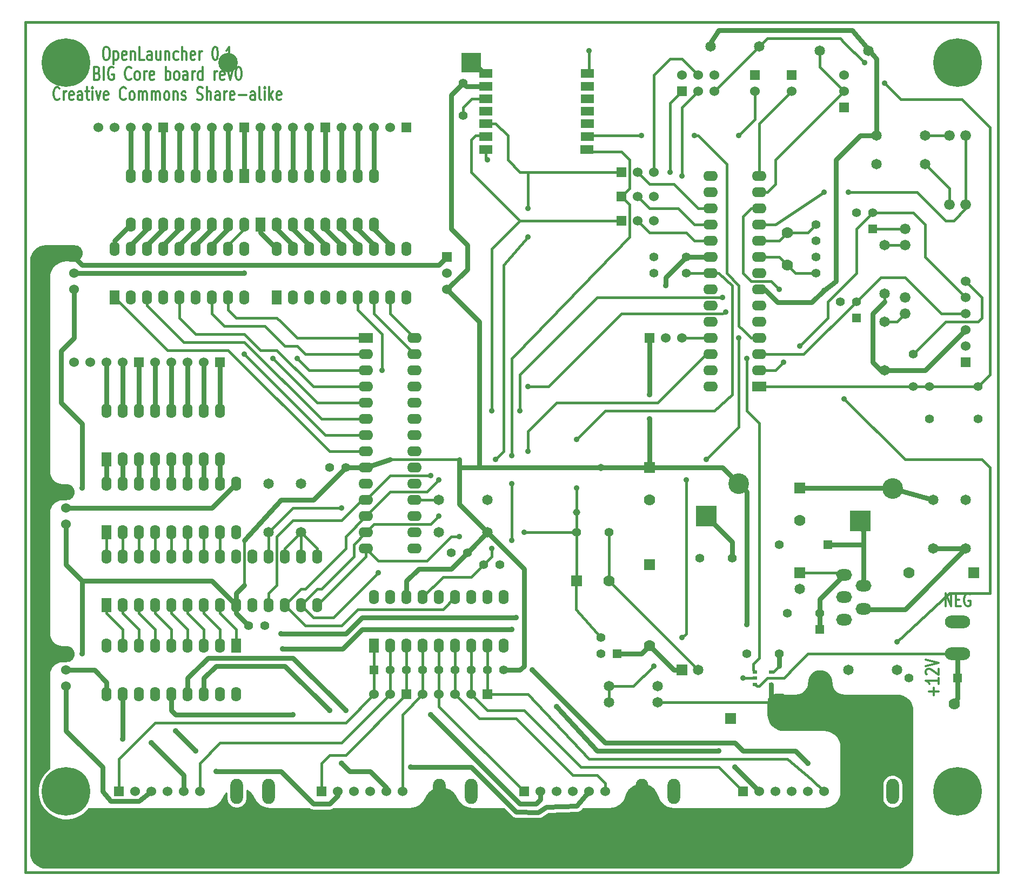
<source format=gtl>
G04 (created by PCBNEW-RS274X (2011-05-25)-stable) date Mon 06 Aug 2012 12:34:40 PM MDT*
G01*
G70*
G90*
%MOIN*%
G04 Gerber Fmt 3.4, Leading zero omitted, Abs format*
%FSLAX34Y34*%
G04 APERTURE LIST*
%ADD10C,0.006000*%
%ADD11C,0.015000*%
%ADD12C,0.012000*%
%ADD13R,0.120000X0.120000*%
%ADD14C,0.120000*%
%ADD15R,0.060000X0.060000*%
%ADD16C,0.060000*%
%ADD17C,0.066000*%
%ADD18O,0.090000X0.062000*%
%ADD19R,0.090000X0.062000*%
%ADD20O,0.062000X0.090000*%
%ADD21R,0.062000X0.090000*%
%ADD22C,0.070000*%
%ADD23R,0.070000X0.070000*%
%ADD24R,0.055000X0.055000*%
%ADD25C,0.055000*%
%ADD26R,0.078700X0.055100*%
%ADD27O,0.156000X0.078000*%
%ADD28R,0.065000X0.065000*%
%ADD29C,0.065000*%
%ADD30R,0.030000X0.020000*%
%ADD31O,0.078000X0.156000*%
%ADD32O,0.098400X0.070900*%
%ADD33C,0.300000*%
%ADD34R,0.127600X0.127600*%
%ADD35C,0.127600*%
%ADD36C,0.045000*%
%ADD37C,0.035000*%
%ADD38C,0.030000*%
%ADD39C,0.015800*%
%ADD40C,0.010000*%
G04 APERTURE END LIST*
G54D10*
G54D11*
X28250Y-64750D02*
X28250Y-62500D01*
X88250Y-64750D02*
X88250Y-62500D01*
G54D12*
X85007Y-48324D02*
X85007Y-47524D01*
X85350Y-48324D01*
X85350Y-47524D01*
X85636Y-47905D02*
X85836Y-47905D01*
X85922Y-48324D02*
X85636Y-48324D01*
X85636Y-47524D01*
X85922Y-47524D01*
X86493Y-47562D02*
X86436Y-47524D01*
X86350Y-47524D01*
X86265Y-47562D01*
X86207Y-47638D01*
X86179Y-47714D01*
X86150Y-47867D01*
X86150Y-47981D01*
X86179Y-48133D01*
X86207Y-48210D01*
X86265Y-48286D01*
X86350Y-48324D01*
X86407Y-48324D01*
X86493Y-48286D01*
X86522Y-48248D01*
X86522Y-47981D01*
X86407Y-47981D01*
X84269Y-53806D02*
X84269Y-53349D01*
X84574Y-53578D02*
X83964Y-53578D01*
X84574Y-52749D02*
X84574Y-53092D01*
X84574Y-52920D02*
X83774Y-52920D01*
X83888Y-52977D01*
X83964Y-53035D01*
X84002Y-53092D01*
X83850Y-52521D02*
X83812Y-52492D01*
X83774Y-52435D01*
X83774Y-52292D01*
X83812Y-52235D01*
X83850Y-52206D01*
X83926Y-52178D01*
X84002Y-52178D01*
X84117Y-52206D01*
X84574Y-52549D01*
X84574Y-52178D01*
X83774Y-52007D02*
X84574Y-51807D01*
X83774Y-51607D01*
G54D11*
X88250Y-61250D02*
X88250Y-62500D01*
X28250Y-62500D02*
X28250Y-60750D01*
G54D12*
X33172Y-13774D02*
X33286Y-13774D01*
X33344Y-13812D01*
X33401Y-13888D01*
X33429Y-14040D01*
X33429Y-14307D01*
X33401Y-14460D01*
X33344Y-14536D01*
X33286Y-14574D01*
X33172Y-14574D01*
X33115Y-14536D01*
X33058Y-14460D01*
X33029Y-14307D01*
X33029Y-14040D01*
X33058Y-13888D01*
X33115Y-13812D01*
X33172Y-13774D01*
X33687Y-14040D02*
X33687Y-14840D01*
X33687Y-14079D02*
X33744Y-14040D01*
X33858Y-14040D01*
X33915Y-14079D01*
X33944Y-14117D01*
X33973Y-14193D01*
X33973Y-14421D01*
X33944Y-14498D01*
X33915Y-14536D01*
X33858Y-14574D01*
X33744Y-14574D01*
X33687Y-14536D01*
X34458Y-14536D02*
X34401Y-14574D01*
X34287Y-14574D01*
X34230Y-14536D01*
X34201Y-14460D01*
X34201Y-14155D01*
X34230Y-14079D01*
X34287Y-14040D01*
X34401Y-14040D01*
X34458Y-14079D01*
X34487Y-14155D01*
X34487Y-14231D01*
X34201Y-14307D01*
X34744Y-14040D02*
X34744Y-14574D01*
X34744Y-14117D02*
X34772Y-14079D01*
X34830Y-14040D01*
X34915Y-14040D01*
X34972Y-14079D01*
X35001Y-14155D01*
X35001Y-14574D01*
X35573Y-14574D02*
X35287Y-14574D01*
X35287Y-13774D01*
X36030Y-14574D02*
X36030Y-14155D01*
X36001Y-14079D01*
X35944Y-14040D01*
X35830Y-14040D01*
X35773Y-14079D01*
X36030Y-14536D02*
X35973Y-14574D01*
X35830Y-14574D01*
X35773Y-14536D01*
X35744Y-14460D01*
X35744Y-14383D01*
X35773Y-14307D01*
X35830Y-14269D01*
X35973Y-14269D01*
X36030Y-14231D01*
X36573Y-14040D02*
X36573Y-14574D01*
X36316Y-14040D02*
X36316Y-14460D01*
X36344Y-14536D01*
X36402Y-14574D01*
X36487Y-14574D01*
X36544Y-14536D01*
X36573Y-14498D01*
X36859Y-14040D02*
X36859Y-14574D01*
X36859Y-14117D02*
X36887Y-14079D01*
X36945Y-14040D01*
X37030Y-14040D01*
X37087Y-14079D01*
X37116Y-14155D01*
X37116Y-14574D01*
X37659Y-14536D02*
X37602Y-14574D01*
X37488Y-14574D01*
X37430Y-14536D01*
X37402Y-14498D01*
X37373Y-14421D01*
X37373Y-14193D01*
X37402Y-14117D01*
X37430Y-14079D01*
X37488Y-14040D01*
X37602Y-14040D01*
X37659Y-14079D01*
X37916Y-14574D02*
X37916Y-13774D01*
X38173Y-14574D02*
X38173Y-14155D01*
X38144Y-14079D01*
X38087Y-14040D01*
X38002Y-14040D01*
X37944Y-14079D01*
X37916Y-14117D01*
X38687Y-14536D02*
X38630Y-14574D01*
X38516Y-14574D01*
X38459Y-14536D01*
X38430Y-14460D01*
X38430Y-14155D01*
X38459Y-14079D01*
X38516Y-14040D01*
X38630Y-14040D01*
X38687Y-14079D01*
X38716Y-14155D01*
X38716Y-14231D01*
X38430Y-14307D01*
X38973Y-14574D02*
X38973Y-14040D01*
X38973Y-14193D02*
X39001Y-14117D01*
X39030Y-14079D01*
X39087Y-14040D01*
X39144Y-14040D01*
X39915Y-13774D02*
X39972Y-13774D01*
X40029Y-13812D01*
X40058Y-13850D01*
X40087Y-13926D01*
X40115Y-14079D01*
X40115Y-14269D01*
X40087Y-14421D01*
X40058Y-14498D01*
X40029Y-14536D01*
X39972Y-14574D01*
X39915Y-14574D01*
X39858Y-14536D01*
X39829Y-14498D01*
X39801Y-14421D01*
X39772Y-14269D01*
X39772Y-14079D01*
X39801Y-13926D01*
X39829Y-13850D01*
X39858Y-13812D01*
X39915Y-13774D01*
X40372Y-14498D02*
X40400Y-14536D01*
X40372Y-14574D01*
X40343Y-14536D01*
X40372Y-14498D01*
X40372Y-14574D01*
X40972Y-14574D02*
X40629Y-14574D01*
X40801Y-14574D02*
X40801Y-13774D01*
X40744Y-13888D01*
X40686Y-13964D01*
X40629Y-14002D01*
X32673Y-15395D02*
X32759Y-15433D01*
X32787Y-15471D01*
X32816Y-15547D01*
X32816Y-15661D01*
X32787Y-15738D01*
X32759Y-15776D01*
X32701Y-15814D01*
X32473Y-15814D01*
X32473Y-15014D01*
X32673Y-15014D01*
X32730Y-15052D01*
X32759Y-15090D01*
X32787Y-15166D01*
X32787Y-15242D01*
X32759Y-15319D01*
X32730Y-15357D01*
X32673Y-15395D01*
X32473Y-15395D01*
X33073Y-15814D02*
X33073Y-15014D01*
X33673Y-15052D02*
X33616Y-15014D01*
X33530Y-15014D01*
X33445Y-15052D01*
X33387Y-15128D01*
X33359Y-15204D01*
X33330Y-15357D01*
X33330Y-15471D01*
X33359Y-15623D01*
X33387Y-15700D01*
X33445Y-15776D01*
X33530Y-15814D01*
X33587Y-15814D01*
X33673Y-15776D01*
X33702Y-15738D01*
X33702Y-15471D01*
X33587Y-15471D01*
X34759Y-15738D02*
X34730Y-15776D01*
X34644Y-15814D01*
X34587Y-15814D01*
X34502Y-15776D01*
X34444Y-15700D01*
X34416Y-15623D01*
X34387Y-15471D01*
X34387Y-15357D01*
X34416Y-15204D01*
X34444Y-15128D01*
X34502Y-15052D01*
X34587Y-15014D01*
X34644Y-15014D01*
X34730Y-15052D01*
X34759Y-15090D01*
X35102Y-15814D02*
X35044Y-15776D01*
X35016Y-15738D01*
X34987Y-15661D01*
X34987Y-15433D01*
X35016Y-15357D01*
X35044Y-15319D01*
X35102Y-15280D01*
X35187Y-15280D01*
X35244Y-15319D01*
X35273Y-15357D01*
X35302Y-15433D01*
X35302Y-15661D01*
X35273Y-15738D01*
X35244Y-15776D01*
X35187Y-15814D01*
X35102Y-15814D01*
X35559Y-15814D02*
X35559Y-15280D01*
X35559Y-15433D02*
X35587Y-15357D01*
X35616Y-15319D01*
X35673Y-15280D01*
X35730Y-15280D01*
X36158Y-15776D02*
X36101Y-15814D01*
X35987Y-15814D01*
X35930Y-15776D01*
X35901Y-15700D01*
X35901Y-15395D01*
X35930Y-15319D01*
X35987Y-15280D01*
X36101Y-15280D01*
X36158Y-15319D01*
X36187Y-15395D01*
X36187Y-15471D01*
X35901Y-15547D01*
X36901Y-15814D02*
X36901Y-15014D01*
X36901Y-15319D02*
X36958Y-15280D01*
X37072Y-15280D01*
X37129Y-15319D01*
X37158Y-15357D01*
X37187Y-15433D01*
X37187Y-15661D01*
X37158Y-15738D01*
X37129Y-15776D01*
X37072Y-15814D01*
X36958Y-15814D01*
X36901Y-15776D01*
X37530Y-15814D02*
X37472Y-15776D01*
X37444Y-15738D01*
X37415Y-15661D01*
X37415Y-15433D01*
X37444Y-15357D01*
X37472Y-15319D01*
X37530Y-15280D01*
X37615Y-15280D01*
X37672Y-15319D01*
X37701Y-15357D01*
X37730Y-15433D01*
X37730Y-15661D01*
X37701Y-15738D01*
X37672Y-15776D01*
X37615Y-15814D01*
X37530Y-15814D01*
X38244Y-15814D02*
X38244Y-15395D01*
X38215Y-15319D01*
X38158Y-15280D01*
X38044Y-15280D01*
X37987Y-15319D01*
X38244Y-15776D02*
X38187Y-15814D01*
X38044Y-15814D01*
X37987Y-15776D01*
X37958Y-15700D01*
X37958Y-15623D01*
X37987Y-15547D01*
X38044Y-15509D01*
X38187Y-15509D01*
X38244Y-15471D01*
X38530Y-15814D02*
X38530Y-15280D01*
X38530Y-15433D02*
X38558Y-15357D01*
X38587Y-15319D01*
X38644Y-15280D01*
X38701Y-15280D01*
X39158Y-15814D02*
X39158Y-15014D01*
X39158Y-15776D02*
X39101Y-15814D01*
X38987Y-15814D01*
X38929Y-15776D01*
X38901Y-15738D01*
X38872Y-15661D01*
X38872Y-15433D01*
X38901Y-15357D01*
X38929Y-15319D01*
X38987Y-15280D01*
X39101Y-15280D01*
X39158Y-15319D01*
X39901Y-15814D02*
X39901Y-15280D01*
X39901Y-15433D02*
X39929Y-15357D01*
X39958Y-15319D01*
X40015Y-15280D01*
X40072Y-15280D01*
X40500Y-15776D02*
X40443Y-15814D01*
X40329Y-15814D01*
X40272Y-15776D01*
X40243Y-15700D01*
X40243Y-15395D01*
X40272Y-15319D01*
X40329Y-15280D01*
X40443Y-15280D01*
X40500Y-15319D01*
X40529Y-15395D01*
X40529Y-15471D01*
X40243Y-15547D01*
X40729Y-15280D02*
X40872Y-15814D01*
X41014Y-15280D01*
X41357Y-15014D02*
X41414Y-15014D01*
X41471Y-15052D01*
X41500Y-15090D01*
X41529Y-15166D01*
X41557Y-15319D01*
X41557Y-15509D01*
X41529Y-15661D01*
X41500Y-15738D01*
X41471Y-15776D01*
X41414Y-15814D01*
X41357Y-15814D01*
X41300Y-15776D01*
X41271Y-15738D01*
X41243Y-15661D01*
X41214Y-15509D01*
X41214Y-15319D01*
X41243Y-15166D01*
X41271Y-15090D01*
X41300Y-15052D01*
X41357Y-15014D01*
X30344Y-16978D02*
X30315Y-17016D01*
X30229Y-17054D01*
X30172Y-17054D01*
X30087Y-17016D01*
X30029Y-16940D01*
X30001Y-16863D01*
X29972Y-16711D01*
X29972Y-16597D01*
X30001Y-16444D01*
X30029Y-16368D01*
X30087Y-16292D01*
X30172Y-16254D01*
X30229Y-16254D01*
X30315Y-16292D01*
X30344Y-16330D01*
X30601Y-17054D02*
X30601Y-16520D01*
X30601Y-16673D02*
X30629Y-16597D01*
X30658Y-16559D01*
X30715Y-16520D01*
X30772Y-16520D01*
X31200Y-17016D02*
X31143Y-17054D01*
X31029Y-17054D01*
X30972Y-17016D01*
X30943Y-16940D01*
X30943Y-16635D01*
X30972Y-16559D01*
X31029Y-16520D01*
X31143Y-16520D01*
X31200Y-16559D01*
X31229Y-16635D01*
X31229Y-16711D01*
X30943Y-16787D01*
X31743Y-17054D02*
X31743Y-16635D01*
X31714Y-16559D01*
X31657Y-16520D01*
X31543Y-16520D01*
X31486Y-16559D01*
X31743Y-17016D02*
X31686Y-17054D01*
X31543Y-17054D01*
X31486Y-17016D01*
X31457Y-16940D01*
X31457Y-16863D01*
X31486Y-16787D01*
X31543Y-16749D01*
X31686Y-16749D01*
X31743Y-16711D01*
X31943Y-16520D02*
X32172Y-16520D01*
X32029Y-16254D02*
X32029Y-16940D01*
X32057Y-17016D01*
X32115Y-17054D01*
X32172Y-17054D01*
X32372Y-17054D02*
X32372Y-16520D01*
X32372Y-16254D02*
X32343Y-16292D01*
X32372Y-16330D01*
X32400Y-16292D01*
X32372Y-16254D01*
X32372Y-16330D01*
X32601Y-16520D02*
X32744Y-17054D01*
X32886Y-16520D01*
X33343Y-17016D02*
X33286Y-17054D01*
X33172Y-17054D01*
X33115Y-17016D01*
X33086Y-16940D01*
X33086Y-16635D01*
X33115Y-16559D01*
X33172Y-16520D01*
X33286Y-16520D01*
X33343Y-16559D01*
X33372Y-16635D01*
X33372Y-16711D01*
X33086Y-16787D01*
X34429Y-16978D02*
X34400Y-17016D01*
X34314Y-17054D01*
X34257Y-17054D01*
X34172Y-17016D01*
X34114Y-16940D01*
X34086Y-16863D01*
X34057Y-16711D01*
X34057Y-16597D01*
X34086Y-16444D01*
X34114Y-16368D01*
X34172Y-16292D01*
X34257Y-16254D01*
X34314Y-16254D01*
X34400Y-16292D01*
X34429Y-16330D01*
X34772Y-17054D02*
X34714Y-17016D01*
X34686Y-16978D01*
X34657Y-16901D01*
X34657Y-16673D01*
X34686Y-16597D01*
X34714Y-16559D01*
X34772Y-16520D01*
X34857Y-16520D01*
X34914Y-16559D01*
X34943Y-16597D01*
X34972Y-16673D01*
X34972Y-16901D01*
X34943Y-16978D01*
X34914Y-17016D01*
X34857Y-17054D01*
X34772Y-17054D01*
X35229Y-17054D02*
X35229Y-16520D01*
X35229Y-16597D02*
X35257Y-16559D01*
X35315Y-16520D01*
X35400Y-16520D01*
X35457Y-16559D01*
X35486Y-16635D01*
X35486Y-17054D01*
X35486Y-16635D02*
X35515Y-16559D01*
X35572Y-16520D01*
X35657Y-16520D01*
X35715Y-16559D01*
X35743Y-16635D01*
X35743Y-17054D01*
X36029Y-17054D02*
X36029Y-16520D01*
X36029Y-16597D02*
X36057Y-16559D01*
X36115Y-16520D01*
X36200Y-16520D01*
X36257Y-16559D01*
X36286Y-16635D01*
X36286Y-17054D01*
X36286Y-16635D02*
X36315Y-16559D01*
X36372Y-16520D01*
X36457Y-16520D01*
X36515Y-16559D01*
X36543Y-16635D01*
X36543Y-17054D01*
X36915Y-17054D02*
X36857Y-17016D01*
X36829Y-16978D01*
X36800Y-16901D01*
X36800Y-16673D01*
X36829Y-16597D01*
X36857Y-16559D01*
X36915Y-16520D01*
X37000Y-16520D01*
X37057Y-16559D01*
X37086Y-16597D01*
X37115Y-16673D01*
X37115Y-16901D01*
X37086Y-16978D01*
X37057Y-17016D01*
X37000Y-17054D01*
X36915Y-17054D01*
X37372Y-16520D02*
X37372Y-17054D01*
X37372Y-16597D02*
X37400Y-16559D01*
X37458Y-16520D01*
X37543Y-16520D01*
X37600Y-16559D01*
X37629Y-16635D01*
X37629Y-17054D01*
X37886Y-17016D02*
X37943Y-17054D01*
X38058Y-17054D01*
X38115Y-17016D01*
X38143Y-16940D01*
X38143Y-16901D01*
X38115Y-16825D01*
X38058Y-16787D01*
X37972Y-16787D01*
X37915Y-16749D01*
X37886Y-16673D01*
X37886Y-16635D01*
X37915Y-16559D01*
X37972Y-16520D01*
X38058Y-16520D01*
X38115Y-16559D01*
X38829Y-17016D02*
X38915Y-17054D01*
X39058Y-17054D01*
X39115Y-17016D01*
X39144Y-16978D01*
X39172Y-16901D01*
X39172Y-16825D01*
X39144Y-16749D01*
X39115Y-16711D01*
X39058Y-16673D01*
X38944Y-16635D01*
X38886Y-16597D01*
X38858Y-16559D01*
X38829Y-16482D01*
X38829Y-16406D01*
X38858Y-16330D01*
X38886Y-16292D01*
X38944Y-16254D01*
X39086Y-16254D01*
X39172Y-16292D01*
X39429Y-17054D02*
X39429Y-16254D01*
X39686Y-17054D02*
X39686Y-16635D01*
X39657Y-16559D01*
X39600Y-16520D01*
X39515Y-16520D01*
X39457Y-16559D01*
X39429Y-16597D01*
X40229Y-17054D02*
X40229Y-16635D01*
X40200Y-16559D01*
X40143Y-16520D01*
X40029Y-16520D01*
X39972Y-16559D01*
X40229Y-17016D02*
X40172Y-17054D01*
X40029Y-17054D01*
X39972Y-17016D01*
X39943Y-16940D01*
X39943Y-16863D01*
X39972Y-16787D01*
X40029Y-16749D01*
X40172Y-16749D01*
X40229Y-16711D01*
X40515Y-17054D02*
X40515Y-16520D01*
X40515Y-16673D02*
X40543Y-16597D01*
X40572Y-16559D01*
X40629Y-16520D01*
X40686Y-16520D01*
X41114Y-17016D02*
X41057Y-17054D01*
X40943Y-17054D01*
X40886Y-17016D01*
X40857Y-16940D01*
X40857Y-16635D01*
X40886Y-16559D01*
X40943Y-16520D01*
X41057Y-16520D01*
X41114Y-16559D01*
X41143Y-16635D01*
X41143Y-16711D01*
X40857Y-16787D01*
X41400Y-16749D02*
X41857Y-16749D01*
X42400Y-17054D02*
X42400Y-16635D01*
X42371Y-16559D01*
X42314Y-16520D01*
X42200Y-16520D01*
X42143Y-16559D01*
X42400Y-17016D02*
X42343Y-17054D01*
X42200Y-17054D01*
X42143Y-17016D01*
X42114Y-16940D01*
X42114Y-16863D01*
X42143Y-16787D01*
X42200Y-16749D01*
X42343Y-16749D01*
X42400Y-16711D01*
X42772Y-17054D02*
X42714Y-17016D01*
X42686Y-16940D01*
X42686Y-16254D01*
X43000Y-17054D02*
X43000Y-16520D01*
X43000Y-16254D02*
X42971Y-16292D01*
X43000Y-16330D01*
X43028Y-16292D01*
X43000Y-16254D01*
X43000Y-16330D01*
X43286Y-17054D02*
X43286Y-16254D01*
X43343Y-16749D02*
X43514Y-17054D01*
X43514Y-16520D02*
X43286Y-16825D01*
X44000Y-17016D02*
X43943Y-17054D01*
X43829Y-17054D01*
X43772Y-17016D01*
X43743Y-16940D01*
X43743Y-16635D01*
X43772Y-16559D01*
X43829Y-16520D01*
X43943Y-16520D01*
X44000Y-16559D01*
X44029Y-16635D01*
X44029Y-16711D01*
X43743Y-16787D01*
G54D11*
X28250Y-12250D02*
X28250Y-62250D01*
X88250Y-12250D02*
X28250Y-12250D01*
X88250Y-62250D02*
X88250Y-12250D01*
X28250Y-64750D02*
X88250Y-64750D01*
G54D13*
X55750Y-14750D03*
G54D14*
X40750Y-14750D03*
G54D15*
X65000Y-23000D03*
G54D16*
X66000Y-23000D03*
X67000Y-23000D03*
G54D15*
X65000Y-24500D03*
G54D16*
X66000Y-24500D03*
X67000Y-24500D03*
G54D15*
X65000Y-21500D03*
G54D16*
X66000Y-21500D03*
X67000Y-21500D03*
G54D15*
X34000Y-59750D03*
G54D16*
X35000Y-59750D03*
X36000Y-59750D03*
X37000Y-59750D03*
X38000Y-59750D03*
X39000Y-59750D03*
G54D15*
X46500Y-59750D03*
G54D16*
X47500Y-59750D03*
X48500Y-59750D03*
X49500Y-59750D03*
X50500Y-59750D03*
X51500Y-59750D03*
G54D17*
X85250Y-19250D03*
X86250Y-19250D03*
X86250Y-23500D03*
X85250Y-23500D03*
G54D18*
X49250Y-32750D03*
X49250Y-33750D03*
X49250Y-34750D03*
X49250Y-35750D03*
X49250Y-36750D03*
X49250Y-37750D03*
X49250Y-38750D03*
X49250Y-39750D03*
X49250Y-40750D03*
X49250Y-41750D03*
X49250Y-42750D03*
X49250Y-43750D03*
X49250Y-44750D03*
G54D19*
X49250Y-31750D03*
G54D18*
X52250Y-44750D03*
X52250Y-43750D03*
X52250Y-42750D03*
X52250Y-41750D03*
X52250Y-40750D03*
X52250Y-39750D03*
X52250Y-38750D03*
X52250Y-37750D03*
X52250Y-36750D03*
X52250Y-35750D03*
X52250Y-34750D03*
X52250Y-33750D03*
X52250Y-32750D03*
X52250Y-31750D03*
G54D20*
X34250Y-48250D03*
X35250Y-48250D03*
X36250Y-48250D03*
X37250Y-48250D03*
X38250Y-48250D03*
X39250Y-48250D03*
X40250Y-48250D03*
X41250Y-48250D03*
X42250Y-48250D03*
X43250Y-48250D03*
X44250Y-48250D03*
X45250Y-48250D03*
X46250Y-48250D03*
G54D21*
X33250Y-48250D03*
G54D20*
X46250Y-45250D03*
X45250Y-45250D03*
X44250Y-45250D03*
X43250Y-45250D03*
X42250Y-45250D03*
X41250Y-45250D03*
X40250Y-45250D03*
X39250Y-45250D03*
X38250Y-45250D03*
X37250Y-45250D03*
X36250Y-45250D03*
X35250Y-45250D03*
X34250Y-45250D03*
X33250Y-45250D03*
G54D21*
X49750Y-50750D03*
G54D20*
X50750Y-50750D03*
X51750Y-50750D03*
X52750Y-50750D03*
X53750Y-50750D03*
X54750Y-50750D03*
X55750Y-50750D03*
X56750Y-50750D03*
X57750Y-50750D03*
X57750Y-47750D03*
X56750Y-47750D03*
X55750Y-47750D03*
X54750Y-47750D03*
X53750Y-47750D03*
X52750Y-47750D03*
X51750Y-47750D03*
X50750Y-47750D03*
X49750Y-47750D03*
G54D22*
X82750Y-46250D03*
G54D23*
X86750Y-46250D03*
G54D24*
X85750Y-52750D03*
G54D25*
X82750Y-52750D03*
X69000Y-26750D03*
X67000Y-26750D03*
X74750Y-51250D03*
X72750Y-51250D03*
X55250Y-18000D03*
X55250Y-16000D03*
X77000Y-26750D03*
X77000Y-27750D03*
X69850Y-45350D03*
X71850Y-45350D03*
X77000Y-25750D03*
X77000Y-24750D03*
G54D15*
X59000Y-59750D03*
G54D16*
X60000Y-59750D03*
X61000Y-59750D03*
X62000Y-59750D03*
X63000Y-59750D03*
X64000Y-59750D03*
G54D23*
X66750Y-39750D03*
G54D22*
X66750Y-41750D03*
G54D25*
X83000Y-34750D03*
X83000Y-32750D03*
G54D22*
X66750Y-50750D03*
G54D23*
X66750Y-45750D03*
G54D22*
X75750Y-55250D03*
G54D23*
X71750Y-55250D03*
G54D24*
X77250Y-49750D03*
G54D25*
X77250Y-52750D03*
G54D24*
X77750Y-44500D03*
G54D25*
X74750Y-44500D03*
G54D15*
X72500Y-59750D03*
G54D16*
X73500Y-59750D03*
X74500Y-59750D03*
X75500Y-59750D03*
X76500Y-59750D03*
X77500Y-59750D03*
G54D26*
X62880Y-20093D03*
X62891Y-19305D03*
X62891Y-18518D03*
X62891Y-17750D03*
X62891Y-16982D03*
X62891Y-16195D03*
X62891Y-15407D03*
X56631Y-15407D03*
X56631Y-16195D03*
X56631Y-16982D03*
X56631Y-17750D03*
X56631Y-18518D03*
X56631Y-19305D03*
X56631Y-20093D03*
G54D18*
X73500Y-33750D03*
X73500Y-32750D03*
X73500Y-31750D03*
X73500Y-30750D03*
X73500Y-29750D03*
X73500Y-28750D03*
X73500Y-27750D03*
X73500Y-26750D03*
X73500Y-25750D03*
X73500Y-24750D03*
X73500Y-23750D03*
X73500Y-22750D03*
X73500Y-21750D03*
G54D19*
X73500Y-34750D03*
G54D18*
X70500Y-21750D03*
X70500Y-22750D03*
X70500Y-23750D03*
X70500Y-24750D03*
X70500Y-25750D03*
X70500Y-26750D03*
X70500Y-27750D03*
X70500Y-28750D03*
X70500Y-29750D03*
X70500Y-30750D03*
X70500Y-31750D03*
X70500Y-32750D03*
X70500Y-33750D03*
X70500Y-34750D03*
G54D15*
X68750Y-16500D03*
G54D16*
X68750Y-15500D03*
X69750Y-16500D03*
X69750Y-15500D03*
X70750Y-16500D03*
X70750Y-15500D03*
G54D25*
X87000Y-34750D03*
X87000Y-36750D03*
X84000Y-34750D03*
X84000Y-36750D03*
G54D27*
X85750Y-51240D03*
X85750Y-49270D03*
G54D28*
X68750Y-52250D03*
G54D29*
X69750Y-52250D03*
G54D23*
X62250Y-46750D03*
G54D22*
X64250Y-46750D03*
G54D25*
X64250Y-43750D03*
X62250Y-43750D03*
G54D23*
X76000Y-41000D03*
G54D22*
X76000Y-43000D03*
G54D28*
X76000Y-46250D03*
G54D29*
X76000Y-47250D03*
G54D25*
X75250Y-48750D03*
X77250Y-48750D03*
X67000Y-27750D03*
X69000Y-27750D03*
G54D29*
X67250Y-54250D03*
X64250Y-54250D03*
X64250Y-53250D03*
X67250Y-53250D03*
X86250Y-41750D03*
X86250Y-44750D03*
X84250Y-44750D03*
X84250Y-41750D03*
X45250Y-43750D03*
X45250Y-40750D03*
X70500Y-13750D03*
X73500Y-13750D03*
G54D24*
X64750Y-51250D03*
G54D25*
X63750Y-51250D03*
X63750Y-50250D03*
G54D30*
X73250Y-52375D03*
X73250Y-53125D03*
X74250Y-52375D03*
X73250Y-52750D03*
X74250Y-53125D03*
G54D22*
X75250Y-25250D03*
X75250Y-27250D03*
G54D21*
X43750Y-29250D03*
G54D20*
X44750Y-29250D03*
X45750Y-29250D03*
X46750Y-29250D03*
X47750Y-29250D03*
X48750Y-29250D03*
X49750Y-29250D03*
X50750Y-29250D03*
X51750Y-29250D03*
X51750Y-26250D03*
X50750Y-26250D03*
X49750Y-26250D03*
X48750Y-26250D03*
X47750Y-26250D03*
X46750Y-26250D03*
X45750Y-26250D03*
X44750Y-26250D03*
X43750Y-26250D03*
G54D21*
X33750Y-29250D03*
G54D20*
X34750Y-29250D03*
X35750Y-29250D03*
X36750Y-29250D03*
X37750Y-29250D03*
X38750Y-29250D03*
X39750Y-29250D03*
X40750Y-29250D03*
X41750Y-29250D03*
X41750Y-26250D03*
X40750Y-26250D03*
X39750Y-26250D03*
X38750Y-26250D03*
X37750Y-26250D03*
X36750Y-26250D03*
X35750Y-26250D03*
X34750Y-26250D03*
X33750Y-26250D03*
G54D21*
X33250Y-43750D03*
G54D20*
X34250Y-43750D03*
X35250Y-43750D03*
X36250Y-43750D03*
X37250Y-43750D03*
X38250Y-43750D03*
X39250Y-43750D03*
X40250Y-43750D03*
X41250Y-43750D03*
X41250Y-40750D03*
X40250Y-40750D03*
X39250Y-40750D03*
X38250Y-40750D03*
X37250Y-40750D03*
X36250Y-40750D03*
X35250Y-40750D03*
X34250Y-40750D03*
X33250Y-40750D03*
G54D21*
X41250Y-50750D03*
G54D20*
X40250Y-50750D03*
X39250Y-50750D03*
X38250Y-50750D03*
X37250Y-50750D03*
X36250Y-50750D03*
X35250Y-50750D03*
X34250Y-50750D03*
X33250Y-50750D03*
X33250Y-53750D03*
X34250Y-53750D03*
X35250Y-53750D03*
X36250Y-53750D03*
X37250Y-53750D03*
X38250Y-53750D03*
X39250Y-53750D03*
X40250Y-53750D03*
X41250Y-53750D03*
G54D29*
X83750Y-21000D03*
X80750Y-21000D03*
X83750Y-19250D03*
X80750Y-19250D03*
X53750Y-43750D03*
X56750Y-43750D03*
G54D31*
X41270Y-59750D03*
X43240Y-59750D03*
X79760Y-59750D03*
X81730Y-59750D03*
X53760Y-59750D03*
X55730Y-59750D03*
X66260Y-59750D03*
X68230Y-59750D03*
G54D21*
X41750Y-21750D03*
G54D20*
X40750Y-21750D03*
X39750Y-21750D03*
X38750Y-21750D03*
X37750Y-21750D03*
X36750Y-21750D03*
X35750Y-21750D03*
X34750Y-21750D03*
X34750Y-24750D03*
X35750Y-24750D03*
X36750Y-24750D03*
X37750Y-24750D03*
X38750Y-24750D03*
X39750Y-24750D03*
X40750Y-24750D03*
X41750Y-24750D03*
G54D21*
X42750Y-24750D03*
G54D20*
X43750Y-24750D03*
X44750Y-24750D03*
X45750Y-24750D03*
X46750Y-24750D03*
X47750Y-24750D03*
X48750Y-24750D03*
X49750Y-24750D03*
X49750Y-21750D03*
X48750Y-21750D03*
X47750Y-21750D03*
X46750Y-21750D03*
X45750Y-21750D03*
X44750Y-21750D03*
X43750Y-21750D03*
X42750Y-21750D03*
G54D15*
X86250Y-33250D03*
G54D16*
X86250Y-32250D03*
X86250Y-31250D03*
X86250Y-30250D03*
X86250Y-29250D03*
X86250Y-28250D03*
G54D32*
X78754Y-47750D03*
X78754Y-46372D03*
X78754Y-49128D03*
X79935Y-48459D03*
X79935Y-47041D03*
G54D33*
X30750Y-14750D03*
X85750Y-14750D03*
X30750Y-59750D03*
X85750Y-59750D03*
G54D24*
X49750Y-52250D03*
G54D25*
X50750Y-52250D03*
X51750Y-52250D03*
X52750Y-52250D03*
X53750Y-52250D03*
X54750Y-52250D03*
X55750Y-52250D03*
X56750Y-52250D03*
X57750Y-52250D03*
G54D29*
X81250Y-29000D03*
X81250Y-26000D03*
X81250Y-30750D03*
X81250Y-33750D03*
X53750Y-41750D03*
X56750Y-41750D03*
X43250Y-43750D03*
X43250Y-40750D03*
G54D15*
X51750Y-53750D03*
G54D16*
X50750Y-53750D03*
X49750Y-53750D03*
G54D15*
X54250Y-26750D03*
G54D16*
X54250Y-27750D03*
X54250Y-28750D03*
G54D15*
X31250Y-26750D03*
G54D16*
X31250Y-27750D03*
X31250Y-28750D03*
G54D15*
X30750Y-41250D03*
G54D16*
X30750Y-42250D03*
X30750Y-43250D03*
G54D15*
X30750Y-51250D03*
G54D16*
X30750Y-52250D03*
X30750Y-53250D03*
G54D17*
X82500Y-30250D03*
X82500Y-29250D03*
X82500Y-26000D03*
X82500Y-25000D03*
G54D21*
X33250Y-39250D03*
G54D20*
X34250Y-39250D03*
X35250Y-39250D03*
X36250Y-39250D03*
X37250Y-39250D03*
X38250Y-39250D03*
X39250Y-39250D03*
X40250Y-39250D03*
X40250Y-36250D03*
X39250Y-36250D03*
X38250Y-36250D03*
X37250Y-36250D03*
X36250Y-36250D03*
X35250Y-36250D03*
X34250Y-36250D03*
X33250Y-36250D03*
G54D15*
X41750Y-18750D03*
G54D16*
X40750Y-18750D03*
X39750Y-18750D03*
X38750Y-18750D03*
X37750Y-18750D03*
G54D15*
X51750Y-18750D03*
G54D16*
X50750Y-18750D03*
X49750Y-18750D03*
X48750Y-18750D03*
X47750Y-18750D03*
G54D15*
X56750Y-53750D03*
G54D16*
X55750Y-53750D03*
X54750Y-53750D03*
X53750Y-53750D03*
X52750Y-53750D03*
G54D15*
X40250Y-33250D03*
G54D16*
X39250Y-33250D03*
X38250Y-33250D03*
X37250Y-33250D03*
X36250Y-33250D03*
G54D24*
X79500Y-30500D03*
G54D25*
X79500Y-29500D03*
X78500Y-29500D03*
G54D24*
X80500Y-25000D03*
G54D25*
X80500Y-24000D03*
X79500Y-24000D03*
G54D15*
X75500Y-15500D03*
G54D16*
X75500Y-16500D03*
G54D15*
X73250Y-15500D03*
G54D16*
X73250Y-16500D03*
G54D15*
X36750Y-18750D03*
G54D16*
X35750Y-18750D03*
X34750Y-18750D03*
X33750Y-18750D03*
X32750Y-18750D03*
G54D15*
X46750Y-18750D03*
G54D16*
X45750Y-18750D03*
X44750Y-18750D03*
X43750Y-18750D03*
X42750Y-18750D03*
G54D15*
X35250Y-33250D03*
G54D16*
X34250Y-33250D03*
X33250Y-33250D03*
X32250Y-33250D03*
X31250Y-33250D03*
G54D29*
X77250Y-14000D03*
X80250Y-14000D03*
G54D15*
X66750Y-31750D03*
G54D16*
X67750Y-31750D03*
X68750Y-31750D03*
G54D15*
X78750Y-17500D03*
G54D16*
X78750Y-16500D03*
X78750Y-15500D03*
G54D22*
X78550Y-54350D03*
X85550Y-54350D03*
G54D34*
X70250Y-42750D03*
G54D35*
X72250Y-40750D03*
G54D34*
X79750Y-43050D03*
G54D35*
X81750Y-41050D03*
G54D25*
X42000Y-49500D03*
X43000Y-49500D03*
X48000Y-39750D03*
X47000Y-39750D03*
X54500Y-45000D03*
X55500Y-45000D03*
X56500Y-45750D03*
X57500Y-45750D03*
G54D29*
X79000Y-52250D03*
X82000Y-52250D03*
G54D36*
X63750Y-39750D03*
X62250Y-42500D03*
G54D37*
X58250Y-44250D03*
X58250Y-40750D03*
X59250Y-38750D03*
X59250Y-23750D03*
X57250Y-39250D03*
X59250Y-25500D03*
X53750Y-42750D03*
X50000Y-46250D03*
X53250Y-40250D03*
X59250Y-34750D03*
X71450Y-30150D03*
X62250Y-38000D03*
X62250Y-41000D03*
X59000Y-43750D03*
X57000Y-44750D03*
X71250Y-29250D03*
X58750Y-36250D03*
X52250Y-41750D03*
X47750Y-42250D03*
X55000Y-44000D03*
X58250Y-39000D03*
X57000Y-36250D03*
X53750Y-40500D03*
X72750Y-33000D03*
X74750Y-28750D03*
X78750Y-35500D03*
X82000Y-50500D03*
X72250Y-31750D03*
X70250Y-39250D03*
X69000Y-40500D03*
X68750Y-50250D03*
X67000Y-52000D03*
X63000Y-14000D03*
X72500Y-52750D03*
X68750Y-21750D03*
X76000Y-32250D03*
X75000Y-33250D03*
X66250Y-19250D03*
X69500Y-19250D03*
X72250Y-19250D03*
X68000Y-21500D03*
X56750Y-20750D03*
X77500Y-22750D03*
X79000Y-22750D03*
X81250Y-16000D03*
X80000Y-14750D03*
X45000Y-33000D03*
X41750Y-27750D03*
X50250Y-33750D03*
X41750Y-32750D03*
X43500Y-33000D03*
X77500Y-28800D03*
X31750Y-41000D03*
X72750Y-49450D03*
X66750Y-36750D03*
X66750Y-35250D03*
X67750Y-28500D03*
X31750Y-51250D03*
X34250Y-56500D03*
X36000Y-56750D03*
X40000Y-58500D03*
X38750Y-57250D03*
X37500Y-56000D03*
X44750Y-55000D03*
X47750Y-58000D03*
X53250Y-55000D03*
X48000Y-54750D03*
X52000Y-58250D03*
X47000Y-54750D03*
X72000Y-58250D03*
X71000Y-57250D03*
X61000Y-54500D03*
X58500Y-49000D03*
X44000Y-50000D03*
X44100Y-50950D03*
X58250Y-49750D03*
X59500Y-52250D03*
X76500Y-58000D03*
G54D38*
X74250Y-53125D02*
X74250Y-54250D01*
G54D39*
X76750Y-54250D02*
X77250Y-53750D01*
X67250Y-54250D02*
X74250Y-54250D01*
X74250Y-54250D02*
X74450Y-54250D01*
X74450Y-54250D02*
X76750Y-54250D01*
X77250Y-53750D02*
X77250Y-52750D01*
G54D38*
X31250Y-26750D02*
X31750Y-27250D01*
X53750Y-27250D02*
X54250Y-26750D01*
X31750Y-27250D02*
X53750Y-27250D01*
G54D39*
X60500Y-36250D02*
X61000Y-35750D01*
X58250Y-44250D02*
X58250Y-40750D01*
X59250Y-38750D02*
X59250Y-37500D01*
X59250Y-37500D02*
X60500Y-36250D01*
X70250Y-32750D02*
X70500Y-32750D01*
X67250Y-35750D02*
X70250Y-32750D01*
X61000Y-35750D02*
X67250Y-35750D01*
X59250Y-21500D02*
X59250Y-23750D01*
X57250Y-39250D02*
X57750Y-38750D01*
X57750Y-38750D02*
X57750Y-27250D01*
X57750Y-27250D02*
X59250Y-25500D01*
X49250Y-43750D02*
X49750Y-43250D01*
X53250Y-43250D02*
X53750Y-42750D01*
X49750Y-43250D02*
X53250Y-43250D01*
X45250Y-48250D02*
X46000Y-49000D01*
X49750Y-46500D02*
X50000Y-46250D01*
X47250Y-49000D02*
X49750Y-46500D01*
X47000Y-49000D02*
X47250Y-49000D01*
X46000Y-49000D02*
X47000Y-49000D01*
X49250Y-43750D02*
X48500Y-44500D01*
X46250Y-47250D02*
X45250Y-48250D01*
X46500Y-47250D02*
X46250Y-47250D01*
X48500Y-45250D02*
X46500Y-47250D01*
X48500Y-44500D02*
X48500Y-45250D01*
X65000Y-21500D02*
X59500Y-21500D01*
X59500Y-21500D02*
X59250Y-21500D01*
X59250Y-21500D02*
X58750Y-21500D01*
X58750Y-21500D02*
X58000Y-20750D01*
X58000Y-20750D02*
X58000Y-19250D01*
X58000Y-19250D02*
X57250Y-18500D01*
X57250Y-18500D02*
X56649Y-18500D01*
X56649Y-18500D02*
X56631Y-18518D01*
X49250Y-41750D02*
X49000Y-41750D01*
X43250Y-47500D02*
X43250Y-48250D01*
X43750Y-47000D02*
X43250Y-47500D01*
X43750Y-44000D02*
X43750Y-47000D01*
X44750Y-43000D02*
X43750Y-44000D01*
X47750Y-43000D02*
X44750Y-43000D01*
X49000Y-41750D02*
X47750Y-43000D01*
X50750Y-40250D02*
X53250Y-40250D01*
X50750Y-40250D02*
X49250Y-41750D01*
X60500Y-34750D02*
X63800Y-31450D01*
X59250Y-34750D02*
X60500Y-34750D01*
X65000Y-30250D02*
X63800Y-31450D01*
X71250Y-30250D02*
X65000Y-30250D01*
X71450Y-30150D02*
X71250Y-30250D01*
X62250Y-42500D02*
X62250Y-41000D01*
X71000Y-27750D02*
X70500Y-27750D01*
X71850Y-28500D02*
X71000Y-27750D01*
X71850Y-35250D02*
X71850Y-28500D01*
X70750Y-36250D02*
X71850Y-35250D01*
X64000Y-36250D02*
X70750Y-36250D01*
X62250Y-38000D02*
X64000Y-36250D01*
X62250Y-42500D02*
X62250Y-43750D01*
X56500Y-45750D02*
X57000Y-45250D01*
X57000Y-45250D02*
X57000Y-44750D01*
X59000Y-43750D02*
X62250Y-43750D01*
X56500Y-45750D02*
X55750Y-46500D01*
X55750Y-46500D02*
X54000Y-46500D01*
X54000Y-46500D02*
X52750Y-47750D01*
X52750Y-47750D02*
X54000Y-46500D01*
X54000Y-46500D02*
X55750Y-46500D01*
X62250Y-43750D02*
X62250Y-46750D01*
X62250Y-46750D02*
X62200Y-47000D01*
X62200Y-47000D02*
X62200Y-48500D01*
X63750Y-50250D02*
X62200Y-48500D01*
X69000Y-27750D02*
X70500Y-27750D01*
X63500Y-29250D02*
X71250Y-29250D01*
X58750Y-34000D02*
X63500Y-29250D01*
X58750Y-36250D02*
X58750Y-34000D01*
X53750Y-41750D02*
X52250Y-41750D01*
X47750Y-42250D02*
X44750Y-42250D01*
X44750Y-42250D02*
X43250Y-43750D01*
X43250Y-45250D02*
X43250Y-43750D01*
X50000Y-45500D02*
X53000Y-45500D01*
X49250Y-44750D02*
X50000Y-45500D01*
X58250Y-39000D02*
X58250Y-33000D01*
X65500Y-25500D02*
X65500Y-23500D01*
X58500Y-32750D02*
X65500Y-25500D01*
X65500Y-23500D02*
X65000Y-23000D01*
X58250Y-33000D02*
X58500Y-32750D01*
X54500Y-44000D02*
X55000Y-44000D01*
X53000Y-45500D02*
X54500Y-44000D01*
X49250Y-44750D02*
X49250Y-45250D01*
X49250Y-45250D02*
X46250Y-48250D01*
X65000Y-23000D02*
X65500Y-22500D01*
X63037Y-20250D02*
X62880Y-20093D01*
X65000Y-20250D02*
X63037Y-20250D01*
X65500Y-20750D02*
X65000Y-20250D01*
X65500Y-22500D02*
X65500Y-20750D01*
X50750Y-41250D02*
X53000Y-41250D01*
X53000Y-41250D02*
X53750Y-40500D01*
X49250Y-42750D02*
X50750Y-41250D01*
X57000Y-26250D02*
X58750Y-24500D01*
X57000Y-36250D02*
X57000Y-26250D01*
X44250Y-48250D02*
X45500Y-49500D01*
X54000Y-48500D02*
X54750Y-47750D01*
X48750Y-48500D02*
X54000Y-48500D01*
X48500Y-48750D02*
X48750Y-48500D01*
X47750Y-49500D02*
X48500Y-48750D01*
X47500Y-49500D02*
X47750Y-49500D01*
X45500Y-49500D02*
X47500Y-49500D01*
X49250Y-42750D02*
X48000Y-44000D01*
X45250Y-47250D02*
X44250Y-48250D01*
X45500Y-47250D02*
X45250Y-47250D01*
X48000Y-44750D02*
X45500Y-47250D01*
X48000Y-44000D02*
X48000Y-44750D01*
X56631Y-19305D02*
X56576Y-19250D01*
X56576Y-19250D02*
X56000Y-19250D01*
X56000Y-19250D02*
X55750Y-19500D01*
X55750Y-19500D02*
X55750Y-20500D01*
X55750Y-20500D02*
X55750Y-21500D01*
X55750Y-21500D02*
X58750Y-24500D01*
X58750Y-24500D02*
X65000Y-24500D01*
X73500Y-38500D02*
X73500Y-37000D01*
X72750Y-36250D02*
X72750Y-33000D01*
X73500Y-37000D02*
X72750Y-36250D01*
X73250Y-52375D02*
X73125Y-52250D01*
X73500Y-51500D02*
X73500Y-38500D01*
X73125Y-51875D02*
X73500Y-51500D01*
X73125Y-52125D02*
X73125Y-51875D01*
X73125Y-52250D02*
X73125Y-52125D01*
X73500Y-38500D02*
X73500Y-39750D01*
X73000Y-23750D02*
X72500Y-24250D01*
X72500Y-24250D02*
X72500Y-27750D01*
X72500Y-27750D02*
X73000Y-28250D01*
X73000Y-28250D02*
X74250Y-28250D01*
X74250Y-28250D02*
X74750Y-28750D01*
X78750Y-35500D02*
X82500Y-39250D01*
X82500Y-39250D02*
X87250Y-39250D01*
X87250Y-39250D02*
X87750Y-39750D01*
X87750Y-39750D02*
X87750Y-41250D01*
X87750Y-47500D02*
X87750Y-41250D01*
X85250Y-47500D02*
X87750Y-47500D01*
X82000Y-50500D02*
X85250Y-47500D01*
X73000Y-23750D02*
X73500Y-23750D01*
X64250Y-53250D02*
X65750Y-53250D01*
X72250Y-37250D02*
X72250Y-31750D01*
X70250Y-39250D02*
X72250Y-37250D01*
X69000Y-50000D02*
X69000Y-40500D01*
X68750Y-50250D02*
X69000Y-50000D01*
X65750Y-53250D02*
X67000Y-52000D01*
X64250Y-53250D02*
X64250Y-54250D01*
X55250Y-18000D02*
X55250Y-17500D01*
X55768Y-16982D02*
X56631Y-16982D01*
X55250Y-17500D02*
X55768Y-16982D01*
X62891Y-15407D02*
X63000Y-15298D01*
X63000Y-15298D02*
X63000Y-14000D01*
X73250Y-52750D02*
X72500Y-52750D01*
X68750Y-17500D02*
X69750Y-16500D01*
X68750Y-21750D02*
X68750Y-17500D01*
X77000Y-24750D02*
X76500Y-25250D01*
X76500Y-25250D02*
X75250Y-25250D01*
X75250Y-25250D02*
X74750Y-25750D01*
X74750Y-25750D02*
X73500Y-25750D01*
X73500Y-33750D02*
X74500Y-33750D01*
X79500Y-25000D02*
X80500Y-24000D01*
X79500Y-27750D02*
X79500Y-25000D01*
X77750Y-29500D02*
X79500Y-27750D01*
X77750Y-30500D02*
X77750Y-29500D01*
X76000Y-32250D02*
X77750Y-30500D01*
X74500Y-33750D02*
X75000Y-33250D01*
X86250Y-29250D02*
X83750Y-26750D01*
X83000Y-24000D02*
X80500Y-24000D01*
X83750Y-24750D02*
X83000Y-24000D01*
X83750Y-26750D02*
X83750Y-24750D01*
X69500Y-19250D02*
X69750Y-19250D01*
X62946Y-19250D02*
X66250Y-19250D01*
X72500Y-31250D02*
X73000Y-31750D01*
X73500Y-31750D02*
X73000Y-31750D01*
X62946Y-19250D02*
X62891Y-19305D01*
X72250Y-31000D02*
X72500Y-31250D01*
X72250Y-28500D02*
X72250Y-31000D01*
X71500Y-27750D02*
X72250Y-28500D01*
X71500Y-21000D02*
X71500Y-27750D01*
X69750Y-19250D02*
X71500Y-21000D01*
X78750Y-16500D02*
X74500Y-20750D01*
X74000Y-22750D02*
X73500Y-22750D01*
X74500Y-22250D02*
X74000Y-22750D01*
X74500Y-20750D02*
X74500Y-22250D01*
X78750Y-16500D02*
X77250Y-15000D01*
X77250Y-15000D02*
X77250Y-14000D01*
X67000Y-21500D02*
X67000Y-15500D01*
X68750Y-14500D02*
X69750Y-15500D01*
X68000Y-14500D02*
X68750Y-14500D01*
X67000Y-15500D02*
X68000Y-14500D01*
X66000Y-24500D02*
X66750Y-25250D01*
X69500Y-25750D02*
X70500Y-25750D01*
X69000Y-25250D02*
X69500Y-25750D01*
X66750Y-25250D02*
X69000Y-25250D01*
X73250Y-16500D02*
X73250Y-18250D01*
X73250Y-18250D02*
X72250Y-19250D01*
X66000Y-21500D02*
X66750Y-22250D01*
X69750Y-23750D02*
X70500Y-23750D01*
X68250Y-22250D02*
X69750Y-23750D01*
X66750Y-22250D02*
X68250Y-22250D01*
X81250Y-30750D02*
X82000Y-30750D01*
X82000Y-30750D02*
X82500Y-30250D01*
X73500Y-21750D02*
X73500Y-18500D01*
X73500Y-18500D02*
X75500Y-16500D01*
X82500Y-26000D02*
X81250Y-26000D01*
X79500Y-29500D02*
X81000Y-28000D01*
X84750Y-30250D02*
X86250Y-30250D01*
X82500Y-28000D02*
X84750Y-30250D01*
X81000Y-28000D02*
X82500Y-28000D01*
X79500Y-29500D02*
X76250Y-32750D01*
X76250Y-32750D02*
X73500Y-32750D01*
X86250Y-28250D02*
X87250Y-29250D01*
X87250Y-29250D02*
X87250Y-30500D01*
X87250Y-30500D02*
X87000Y-30750D01*
X87000Y-30750D02*
X85000Y-30750D01*
X85000Y-30750D02*
X83000Y-32750D01*
X75250Y-27250D02*
X75750Y-27750D01*
X75750Y-27750D02*
X77000Y-27750D01*
X73500Y-26750D02*
X74750Y-26750D01*
X75750Y-27750D02*
X77000Y-27750D01*
X74750Y-26750D02*
X75750Y-27750D01*
X70500Y-31750D02*
X68750Y-31750D01*
X66000Y-23000D02*
X66750Y-23750D01*
X69500Y-24750D02*
X70500Y-24750D01*
X68500Y-23750D02*
X69500Y-24750D01*
X66750Y-23750D02*
X68500Y-23750D01*
X55750Y-14750D02*
X55974Y-14750D01*
X55974Y-14750D02*
X56631Y-15407D01*
X68750Y-16500D02*
X68000Y-17250D01*
X68000Y-17250D02*
X68000Y-21500D01*
X56631Y-20619D02*
X56631Y-20093D01*
X56750Y-20750D02*
X56631Y-20619D01*
X86250Y-23500D02*
X86250Y-23750D01*
X74500Y-24750D02*
X73500Y-24750D01*
X77500Y-22750D02*
X74500Y-24750D01*
X83250Y-22750D02*
X79000Y-22750D01*
X85000Y-24500D02*
X83250Y-22750D01*
X85500Y-24500D02*
X85000Y-24500D01*
X86250Y-23750D02*
X85500Y-24500D01*
X86250Y-19250D02*
X86250Y-23500D01*
X83750Y-19250D02*
X85250Y-19250D01*
X83750Y-21000D02*
X85250Y-22500D01*
X85250Y-22500D02*
X85250Y-23500D01*
X83000Y-34750D02*
X84000Y-34750D01*
X83000Y-34750D02*
X87000Y-34750D01*
X73500Y-13750D02*
X74000Y-13250D01*
X87750Y-34000D02*
X87750Y-28750D01*
X87750Y-28750D02*
X87750Y-18750D01*
X87750Y-18750D02*
X86000Y-17000D01*
X86000Y-17000D02*
X82250Y-17000D01*
X82250Y-17000D02*
X81250Y-16000D01*
X80000Y-14750D02*
X78750Y-13500D01*
X87750Y-34000D02*
X87000Y-34750D01*
X78500Y-13250D02*
X78750Y-13500D01*
X74000Y-13250D02*
X78500Y-13250D01*
X70750Y-16500D02*
X73500Y-13750D01*
X87000Y-34750D02*
X81750Y-34750D01*
X73500Y-34750D02*
X77000Y-34750D01*
X77000Y-34750D02*
X79000Y-34750D01*
X79000Y-34750D02*
X81750Y-34750D01*
X81750Y-34750D02*
X82000Y-34750D01*
X80500Y-25000D02*
X82500Y-25000D01*
G54D38*
X43750Y-24750D02*
X43750Y-25000D01*
X44750Y-26000D02*
X44750Y-26250D01*
X43750Y-25000D02*
X44750Y-26000D01*
G54D39*
X34750Y-26250D02*
X34750Y-26000D01*
X35750Y-25000D02*
X35750Y-24750D01*
G54D38*
X34750Y-26000D02*
X35750Y-25000D01*
G54D39*
X49250Y-33750D02*
X45750Y-33750D01*
X45750Y-33750D02*
X45000Y-33000D01*
X45500Y-32750D02*
X45000Y-32250D01*
X49250Y-32750D02*
X45500Y-32750D01*
X39750Y-30250D02*
X39750Y-29250D01*
X40500Y-31000D02*
X39750Y-30250D01*
X43000Y-31000D02*
X40500Y-31000D01*
X44250Y-32250D02*
X43000Y-31000D01*
X45000Y-32250D02*
X44250Y-32250D01*
X39750Y-29250D02*
X39750Y-29250D01*
X45000Y-31750D02*
X44000Y-30750D01*
X49250Y-31750D02*
X45000Y-31750D01*
X40750Y-30000D02*
X40750Y-29250D01*
X41250Y-30500D02*
X40750Y-30000D01*
X43750Y-30500D02*
X41250Y-30500D01*
X44000Y-30750D02*
X43750Y-30500D01*
G54D38*
X31750Y-27750D02*
X31250Y-27750D01*
X41250Y-27750D02*
X31750Y-27750D01*
X41750Y-27750D02*
X41250Y-27750D01*
G54D39*
X40750Y-26250D02*
X40750Y-26000D01*
X41750Y-25000D02*
X41750Y-24750D01*
X40750Y-26000D02*
X41750Y-25000D01*
X39750Y-26250D02*
X39750Y-26000D01*
X40750Y-25000D02*
X40750Y-24750D01*
G54D38*
X39750Y-26000D02*
X40750Y-25000D01*
G54D39*
X38750Y-26250D02*
X38750Y-26000D01*
X39750Y-25000D02*
X39750Y-24750D01*
G54D38*
X38750Y-26000D02*
X39750Y-25000D01*
G54D39*
X37750Y-26250D02*
X37750Y-26000D01*
X38750Y-25000D02*
X38750Y-24750D01*
G54D38*
X37750Y-26000D02*
X38750Y-25000D01*
G54D39*
X36750Y-26250D02*
X36750Y-26000D01*
X37750Y-25000D02*
X37750Y-24750D01*
G54D38*
X36750Y-26000D02*
X37750Y-25000D01*
G54D39*
X35750Y-26250D02*
X35750Y-26000D01*
X36750Y-25000D02*
X36750Y-24750D01*
G54D38*
X35750Y-26000D02*
X36750Y-25000D01*
G54D39*
X49250Y-34750D02*
X46000Y-34750D01*
X37750Y-30500D02*
X37750Y-29250D01*
X38750Y-31500D02*
X37750Y-30500D01*
X41750Y-31500D02*
X38750Y-31500D01*
X42750Y-32500D02*
X41750Y-31500D01*
X43750Y-32500D02*
X42750Y-32500D01*
X46000Y-34750D02*
X43750Y-32500D01*
G54D38*
X34750Y-24750D02*
X33750Y-25750D01*
G54D39*
X33750Y-25750D02*
X33750Y-26250D01*
X48750Y-30000D02*
X48750Y-29250D01*
X50250Y-31500D02*
X48750Y-30000D01*
X50250Y-33750D02*
X50250Y-31500D01*
X49750Y-29250D02*
X49750Y-30000D01*
X49750Y-30250D02*
X52250Y-32750D01*
X49750Y-30000D02*
X49750Y-30250D01*
X45750Y-24750D02*
X45750Y-25000D01*
X46750Y-26000D02*
X46750Y-26250D01*
G54D38*
X45750Y-25000D02*
X46750Y-26000D01*
G54D39*
X47750Y-24750D02*
X47750Y-25000D01*
X48750Y-26000D02*
X48750Y-26250D01*
G54D38*
X47750Y-25000D02*
X48750Y-26000D01*
G54D39*
X49750Y-24750D02*
X49750Y-25000D01*
X50750Y-26000D02*
X50750Y-26250D01*
G54D38*
X49750Y-25000D02*
X50750Y-26000D01*
G54D39*
X33750Y-29250D02*
X37000Y-32500D01*
X47000Y-38750D02*
X49250Y-38750D01*
X40750Y-32500D02*
X47000Y-38750D01*
X37000Y-32500D02*
X40750Y-32500D01*
X49250Y-37750D02*
X46750Y-37750D01*
X46750Y-37750D02*
X41750Y-32750D01*
X49250Y-36750D02*
X46500Y-36750D01*
X35750Y-29750D02*
X35750Y-29250D01*
X38000Y-32000D02*
X35750Y-29750D01*
X41750Y-32000D02*
X38000Y-32000D01*
X46500Y-36750D02*
X41750Y-32000D01*
X49250Y-35750D02*
X46250Y-35750D01*
X46250Y-35750D02*
X43500Y-33000D01*
G54D38*
X33250Y-40750D02*
X33250Y-39250D01*
X34250Y-39250D02*
X34250Y-40750D01*
X35250Y-40750D02*
X35250Y-39250D01*
X36250Y-39250D02*
X36250Y-40750D01*
X37250Y-40750D02*
X37250Y-39250D01*
X30750Y-52250D02*
X32250Y-52250D01*
X32250Y-52250D02*
X32500Y-52250D01*
X32500Y-52250D02*
X33250Y-53000D01*
X33250Y-53000D02*
X33250Y-53750D01*
G54D39*
X33250Y-43750D02*
X33250Y-45250D01*
X36250Y-43750D02*
X36250Y-45250D01*
X38250Y-43750D02*
X38250Y-45250D01*
X40250Y-43750D02*
X40250Y-45250D01*
G54D38*
X41250Y-40750D02*
X39750Y-42250D01*
X39750Y-42250D02*
X30750Y-42250D01*
X40250Y-39250D02*
X40250Y-40750D01*
X39250Y-40750D02*
X39250Y-39250D01*
X38250Y-39250D02*
X38250Y-40750D01*
G54D39*
X33250Y-48250D02*
X33250Y-48750D01*
X34250Y-49750D02*
X34250Y-50750D01*
X33250Y-48750D02*
X34250Y-49750D01*
X35250Y-48250D02*
X35250Y-48750D01*
X36250Y-49750D02*
X36250Y-50750D01*
X35250Y-48750D02*
X36250Y-49750D01*
X52250Y-31750D02*
X50750Y-30250D01*
X50750Y-30250D02*
X50750Y-29250D01*
X48750Y-24750D02*
X48750Y-25000D01*
X49750Y-26000D02*
X49750Y-26250D01*
G54D38*
X48750Y-25000D02*
X49750Y-26000D01*
G54D39*
X46750Y-24750D02*
X46750Y-25000D01*
X47750Y-26000D02*
X47750Y-26250D01*
G54D38*
X46750Y-25000D02*
X47750Y-26000D01*
G54D39*
X44750Y-24750D02*
X44750Y-25000D01*
G54D38*
X44750Y-25000D02*
X45750Y-26000D01*
G54D39*
X45750Y-26000D02*
X45750Y-26250D01*
G54D38*
X42750Y-24750D02*
X42750Y-25250D01*
X42750Y-25250D02*
X43750Y-26250D01*
G54D39*
X40250Y-50750D02*
X40250Y-49750D01*
X39250Y-48750D02*
X39250Y-48250D01*
X40250Y-49750D02*
X39250Y-48750D01*
X35250Y-43750D02*
X35250Y-45250D01*
X45250Y-45250D02*
X45250Y-43750D01*
X44250Y-45250D02*
X44250Y-44750D01*
X44250Y-44750D02*
X45250Y-43750D01*
X45250Y-43750D02*
X46250Y-44750D01*
X46250Y-44750D02*
X46250Y-45250D01*
X37250Y-43750D02*
X37250Y-45250D01*
X35250Y-50750D02*
X35250Y-49750D01*
X34250Y-48750D02*
X34250Y-48250D01*
X35250Y-49750D02*
X34250Y-48750D01*
X38250Y-50750D02*
X38250Y-49750D01*
X37250Y-48750D02*
X37250Y-48250D01*
X38250Y-49750D02*
X37250Y-48750D01*
X36250Y-48250D02*
X36250Y-48750D01*
X37250Y-49750D02*
X37250Y-50750D01*
X36250Y-48750D02*
X37250Y-49750D01*
X40250Y-48250D02*
X40250Y-48750D01*
X41250Y-49750D02*
X41250Y-50750D01*
X40250Y-48750D02*
X41250Y-49750D01*
X39250Y-43750D02*
X39250Y-45250D01*
X34250Y-43750D02*
X34250Y-45250D01*
X38250Y-48250D02*
X38250Y-48750D01*
X39250Y-49750D02*
X39250Y-50750D01*
X38250Y-48750D02*
X39250Y-49750D01*
G54D38*
X77750Y-44500D02*
X79947Y-44500D01*
X79947Y-44500D02*
X79947Y-44408D01*
X79935Y-47041D02*
X79947Y-44408D01*
X79947Y-44408D02*
X79950Y-43750D01*
X79950Y-43750D02*
X79750Y-43050D01*
X85750Y-51240D02*
X85750Y-52750D01*
X85750Y-52750D02*
X85750Y-54000D01*
X85550Y-54200D02*
X85550Y-54350D01*
X85750Y-54000D02*
X85550Y-54200D01*
G54D39*
X75050Y-52750D02*
X74000Y-52750D01*
X75050Y-52750D02*
X75750Y-52000D01*
X75750Y-52000D02*
X76510Y-51240D01*
X76510Y-51240D02*
X85750Y-51240D01*
X74000Y-52750D02*
X73500Y-53250D01*
X73500Y-53250D02*
X73375Y-53250D01*
X73375Y-53250D02*
X73250Y-53125D01*
G54D38*
X86250Y-44750D02*
X82500Y-48500D01*
G54D39*
X79976Y-48500D02*
X79935Y-48459D01*
G54D38*
X82500Y-48500D02*
X79976Y-48500D01*
X84250Y-44750D02*
X86250Y-44750D01*
X77250Y-48750D02*
X77250Y-47876D01*
X77250Y-47876D02*
X78754Y-46372D01*
X77250Y-48750D02*
X77250Y-49750D01*
G54D39*
X76000Y-46250D02*
X78632Y-46250D01*
X78632Y-46250D02*
X78754Y-46372D01*
X78632Y-46250D02*
X78754Y-46372D01*
G54D38*
X66750Y-50750D02*
X66250Y-51250D01*
X66250Y-51250D02*
X64750Y-51250D01*
X68750Y-52250D02*
X68250Y-52250D01*
X68250Y-52250D02*
X66750Y-50750D01*
X76000Y-41000D02*
X81700Y-41000D01*
X81700Y-41000D02*
X81750Y-41050D01*
X70250Y-42750D02*
X71850Y-44350D01*
X71850Y-44350D02*
X71850Y-45350D01*
X84250Y-41750D02*
X81750Y-41050D01*
G54D39*
X64250Y-46750D02*
X64250Y-43750D01*
X64250Y-46750D02*
X69750Y-52250D01*
G54D38*
X49250Y-39750D02*
X48000Y-39750D01*
X48000Y-39750D02*
X46000Y-41750D01*
X44000Y-41750D02*
X46000Y-41750D01*
X41750Y-44250D02*
X44000Y-41750D01*
G54D39*
X41750Y-47000D02*
X41750Y-44250D01*
G54D38*
X41250Y-47500D02*
X41750Y-47000D01*
X41250Y-48250D02*
X41250Y-47500D01*
X41250Y-48250D02*
X41250Y-48750D01*
X41250Y-48750D02*
X42000Y-49500D01*
X56750Y-43750D02*
X55500Y-45000D01*
X55500Y-45000D02*
X54500Y-46000D01*
X51750Y-46750D02*
X52500Y-46000D01*
X52500Y-46000D02*
X54500Y-46000D01*
X51750Y-47750D02*
X51750Y-47000D01*
X51750Y-47000D02*
X51750Y-46750D01*
X73500Y-28750D02*
X73850Y-28750D01*
X76750Y-29550D02*
X77500Y-28800D01*
X74650Y-29550D02*
X76750Y-29550D01*
X73850Y-28750D02*
X74650Y-29550D01*
X31250Y-28750D02*
X31250Y-31750D01*
X31750Y-37050D02*
X31750Y-41000D01*
X30450Y-35750D02*
X31750Y-37050D01*
X30450Y-34450D02*
X30450Y-35750D01*
X30450Y-32550D02*
X30450Y-34450D01*
X31250Y-31750D02*
X30450Y-32550D01*
X72750Y-49450D02*
X72750Y-41650D01*
X72750Y-41650D02*
X72750Y-41250D01*
X72750Y-41250D02*
X72250Y-40750D01*
X72250Y-40750D02*
X71250Y-39750D01*
X71250Y-39750D02*
X66750Y-39750D01*
G54D39*
X80250Y-14000D02*
X80750Y-14500D01*
G54D38*
X66750Y-31750D02*
X66750Y-35250D01*
X66750Y-36750D02*
X66750Y-39750D01*
X67750Y-28500D02*
X67750Y-28000D01*
X67750Y-28000D02*
X69000Y-26750D01*
X30750Y-53250D02*
X30750Y-56000D01*
X30750Y-56000D02*
X33000Y-58250D01*
X33000Y-58250D02*
X33000Y-59750D01*
X33000Y-59750D02*
X33500Y-60350D01*
X33500Y-60350D02*
X35250Y-60350D01*
X35250Y-60350D02*
X36000Y-59750D01*
X31750Y-51250D02*
X31750Y-46750D01*
X56250Y-39750D02*
X55000Y-39750D01*
X54250Y-28750D02*
X56250Y-30750D01*
X56250Y-30750D02*
X56250Y-39750D01*
X49250Y-39750D02*
X50750Y-39250D01*
X55000Y-39750D02*
X55000Y-39250D01*
G54D39*
X50750Y-39250D02*
X55000Y-39250D01*
G54D38*
X54500Y-16750D02*
X54500Y-25000D01*
X54500Y-25000D02*
X55500Y-26000D01*
X55500Y-26000D02*
X55500Y-27500D01*
X55500Y-27500D02*
X54250Y-28750D01*
X55250Y-16000D02*
X54500Y-16750D01*
X30750Y-43250D02*
X30750Y-45750D01*
X30750Y-45750D02*
X31750Y-46750D01*
X39750Y-46750D02*
X41250Y-48250D01*
X31750Y-46750D02*
X39750Y-46750D01*
X56750Y-43750D02*
X56750Y-43750D01*
X57750Y-52250D02*
X58750Y-52250D01*
X58750Y-52250D02*
X59000Y-52000D01*
X59000Y-52000D02*
X59000Y-46000D01*
X59000Y-46000D02*
X56750Y-43750D01*
X56250Y-39750D02*
X63750Y-39750D01*
X63750Y-39750D02*
X66750Y-39750D01*
X56750Y-43750D02*
X55000Y-42000D01*
X55000Y-40250D02*
X55000Y-39750D01*
X55000Y-42000D02*
X55000Y-40250D01*
X55250Y-16000D02*
X55445Y-16195D01*
X55445Y-16195D02*
X56631Y-16195D01*
X70500Y-13750D02*
X70500Y-13500D01*
X70500Y-13500D02*
X71000Y-12750D01*
X71000Y-12750D02*
X79250Y-12750D01*
X79250Y-12750D02*
X80750Y-14500D01*
X80750Y-14500D02*
X80750Y-19250D01*
X77500Y-28800D02*
X78250Y-28250D01*
X79750Y-19250D02*
X80750Y-19250D01*
X78250Y-20750D02*
X79750Y-19250D01*
X78250Y-28250D02*
X78250Y-20750D01*
G54D39*
X73717Y-28784D02*
X73500Y-28750D01*
X81250Y-29000D02*
X81250Y-29500D01*
G54D38*
X81250Y-29500D02*
X80500Y-30250D01*
G54D39*
X81000Y-33750D02*
X81250Y-33750D01*
G54D38*
X80500Y-33250D02*
X81000Y-33750D01*
X80500Y-30250D02*
X80500Y-33250D01*
X86250Y-31250D02*
X83750Y-33750D01*
X83750Y-33750D02*
X81250Y-33750D01*
G54D39*
X74250Y-52375D02*
X74375Y-52375D01*
G54D38*
X74750Y-52000D02*
X74750Y-51250D01*
G54D39*
X74375Y-52375D02*
X74750Y-52000D01*
G54D38*
X69000Y-26750D02*
X70500Y-26750D01*
G54D39*
X49750Y-53750D02*
X49750Y-52250D01*
X49750Y-52250D02*
X49750Y-50750D01*
X34000Y-59750D02*
X34000Y-57750D01*
X48000Y-55500D02*
X49750Y-53750D01*
X36250Y-55500D02*
X48000Y-55500D01*
X34000Y-57750D02*
X36250Y-55500D01*
X49750Y-50750D02*
X49750Y-53750D01*
X50750Y-50750D02*
X50750Y-52250D01*
X50750Y-52250D02*
X50750Y-53750D01*
X39000Y-59750D02*
X39000Y-58000D01*
X47750Y-56750D02*
X50750Y-53750D01*
X40250Y-56750D02*
X47750Y-56750D01*
X39000Y-58000D02*
X40250Y-56750D01*
X50750Y-50750D02*
X50750Y-53750D01*
X51750Y-50750D02*
X51750Y-52250D01*
X46500Y-59750D02*
X46500Y-58000D01*
X48000Y-57500D02*
X51750Y-53750D01*
X47000Y-57500D02*
X48000Y-57500D01*
X46500Y-58000D02*
X47000Y-57500D01*
X51750Y-50750D02*
X51750Y-53750D01*
X52750Y-53750D02*
X52750Y-52250D01*
X52750Y-52250D02*
X52750Y-50750D01*
X51500Y-59750D02*
X51500Y-55000D01*
X51500Y-55000D02*
X52750Y-53750D01*
X52750Y-50750D02*
X52750Y-53750D01*
X53750Y-50750D02*
X53750Y-52250D01*
X53750Y-52250D02*
X53750Y-53750D01*
X53750Y-53750D02*
X53750Y-54500D01*
X53750Y-54500D02*
X59000Y-59750D01*
X53750Y-50750D02*
X53750Y-53750D01*
X54750Y-53750D02*
X54750Y-52250D01*
X54750Y-52250D02*
X54750Y-50750D01*
X64000Y-59750D02*
X64000Y-59250D01*
X56250Y-55250D02*
X54750Y-53750D01*
X58500Y-55250D02*
X56250Y-55250D01*
X62000Y-58750D02*
X58500Y-55250D01*
X63500Y-58750D02*
X62000Y-58750D01*
X64000Y-59250D02*
X63500Y-58750D01*
X54750Y-50750D02*
X54750Y-53750D01*
X55750Y-50750D02*
X55750Y-52250D01*
X55750Y-52250D02*
X55750Y-53750D01*
X72500Y-59750D02*
X71000Y-58250D01*
X56750Y-54750D02*
X55750Y-53750D01*
X59000Y-54750D02*
X56750Y-54750D01*
X62500Y-58250D02*
X59000Y-54750D01*
X71000Y-58250D02*
X62500Y-58250D01*
X55750Y-50750D02*
X55750Y-53750D01*
X56750Y-53750D02*
X56750Y-52250D01*
X56750Y-52250D02*
X56750Y-50750D01*
X77500Y-59750D02*
X76750Y-59000D01*
X59250Y-53750D02*
X56750Y-53750D01*
X63000Y-57750D02*
X59250Y-53750D01*
X75250Y-57750D02*
X63000Y-57750D01*
X76750Y-59000D02*
X75250Y-57750D01*
X56750Y-50750D02*
X56750Y-53750D01*
G54D38*
X34250Y-53750D02*
X34250Y-56500D01*
X39250Y-33250D02*
X39250Y-36250D01*
X38250Y-36250D02*
X38250Y-33250D01*
X37250Y-33250D02*
X37250Y-36250D01*
X36250Y-36250D02*
X36250Y-33250D01*
X35250Y-36250D02*
X35250Y-33250D01*
X34250Y-36250D02*
X34250Y-33250D01*
X33250Y-36250D02*
X33250Y-33250D01*
X38000Y-59750D02*
X38000Y-58750D01*
X38000Y-58750D02*
X36000Y-56750D01*
X47500Y-59750D02*
X47500Y-60000D01*
X47500Y-60000D02*
X47000Y-60500D01*
X47000Y-60500D02*
X46000Y-60500D01*
X46000Y-60500D02*
X44000Y-58500D01*
X44000Y-58500D02*
X40000Y-58500D01*
X38750Y-57250D02*
X37500Y-56000D01*
X37250Y-53750D02*
X37250Y-54750D01*
X37250Y-54750D02*
X37500Y-55000D01*
X37500Y-55000D02*
X44750Y-55000D01*
X47750Y-58000D02*
X48250Y-58500D01*
X48250Y-58500D02*
X49500Y-58500D01*
X49500Y-58500D02*
X50500Y-59500D01*
X50500Y-59500D02*
X50500Y-59750D01*
X60000Y-59750D02*
X60000Y-60250D01*
X60000Y-60250D02*
X59750Y-60500D01*
X59750Y-60500D02*
X58750Y-60500D01*
X58750Y-60500D02*
X53250Y-55000D01*
X48000Y-54750D02*
X44750Y-51500D01*
X44750Y-51500D02*
X39500Y-51500D01*
X39500Y-51500D02*
X38250Y-52750D01*
X38250Y-52750D02*
X38250Y-53750D01*
X63000Y-59750D02*
X62250Y-60650D01*
X62250Y-60650D02*
X60380Y-60696D01*
X60380Y-60696D02*
X59875Y-61025D01*
X59875Y-61025D02*
X58500Y-61000D01*
X58500Y-61000D02*
X55750Y-58250D01*
X55750Y-58250D02*
X52000Y-58250D01*
X47000Y-54750D02*
X44250Y-52000D01*
X44250Y-52000D02*
X40000Y-52000D01*
X40000Y-52000D02*
X39250Y-52750D01*
X39250Y-52750D02*
X39250Y-53750D01*
X72000Y-58250D02*
X73500Y-59750D01*
X63500Y-57250D02*
X71000Y-57250D01*
X61000Y-54500D02*
X63500Y-57250D01*
X49000Y-49000D02*
X58500Y-49000D01*
X48000Y-50000D02*
X49000Y-49000D01*
X44000Y-50000D02*
X48000Y-50000D01*
X47382Y-50929D02*
X47821Y-50929D01*
X47382Y-50929D02*
X44100Y-50950D01*
X58250Y-49750D02*
X49000Y-49750D01*
X64000Y-56750D02*
X59500Y-52250D01*
X72000Y-56750D02*
X64000Y-56750D01*
X72500Y-57250D02*
X72000Y-56750D01*
X72750Y-57250D02*
X72500Y-57250D01*
X75750Y-57250D02*
X72750Y-57250D01*
X76500Y-58000D02*
X75750Y-57250D01*
X47821Y-50929D02*
X49000Y-49750D01*
X40250Y-36250D02*
X40250Y-33250D01*
X41750Y-21750D02*
X41750Y-18750D01*
X48750Y-21750D02*
X48750Y-18750D01*
X47750Y-21750D02*
X47750Y-18750D01*
X46750Y-21750D02*
X46750Y-18750D01*
X45750Y-21750D02*
X45750Y-18750D01*
X44750Y-21750D02*
X44750Y-18750D01*
X43750Y-21750D02*
X43750Y-18750D01*
X42750Y-21750D02*
X42750Y-18750D01*
X40750Y-21750D02*
X40750Y-18750D01*
X39750Y-21750D02*
X39750Y-18750D01*
X38750Y-21750D02*
X38750Y-18750D01*
X37750Y-18750D02*
X37750Y-21750D01*
X36750Y-21750D02*
X36750Y-18750D01*
X35750Y-18750D02*
X35750Y-21750D01*
X34750Y-21750D02*
X34750Y-18750D01*
X49750Y-21750D02*
X49750Y-18750D01*
G54D10*
G36*
X82950Y-63498D02*
X82932Y-63685D01*
X82878Y-63864D01*
X82789Y-64028D01*
X82671Y-64171D01*
X82528Y-64289D01*
X82368Y-64375D01*
X82368Y-60091D01*
X82367Y-59294D01*
X82343Y-59171D01*
X82295Y-59056D01*
X82226Y-58952D01*
X82138Y-58863D01*
X82035Y-58793D01*
X81920Y-58745D01*
X81797Y-58720D01*
X81672Y-58719D01*
X81550Y-58742D01*
X81434Y-58789D01*
X81329Y-58857D01*
X81240Y-58944D01*
X81169Y-59047D01*
X81120Y-59162D01*
X81094Y-59284D01*
X81092Y-59409D01*
X81093Y-60206D01*
X81117Y-60329D01*
X81165Y-60444D01*
X81234Y-60548D01*
X81322Y-60637D01*
X81425Y-60707D01*
X81540Y-60755D01*
X81663Y-60780D01*
X81788Y-60781D01*
X81910Y-60758D01*
X82026Y-60711D01*
X82131Y-60643D01*
X82220Y-60556D01*
X82291Y-60453D01*
X82340Y-60338D01*
X82366Y-60216D01*
X82368Y-60091D01*
X82368Y-64375D01*
X82364Y-64378D01*
X82208Y-64425D01*
X29291Y-64425D01*
X29136Y-64378D01*
X28972Y-64289D01*
X28829Y-64171D01*
X28711Y-64028D01*
X28622Y-63864D01*
X28575Y-63708D01*
X28575Y-62505D01*
X28575Y-62500D01*
X28575Y-62255D01*
X28575Y-62250D01*
X28575Y-60750D01*
X28575Y-26791D01*
X28622Y-26636D01*
X28711Y-26472D01*
X28829Y-26329D01*
X28972Y-26211D01*
X29136Y-26122D01*
X29315Y-26068D01*
X29502Y-26050D01*
X31247Y-26050D01*
X31338Y-26059D01*
X31422Y-26084D01*
X31500Y-26126D01*
X31568Y-26182D01*
X31624Y-26250D01*
X31666Y-26328D01*
X31691Y-26412D01*
X31700Y-26500D01*
X31691Y-26588D01*
X31666Y-26672D01*
X31624Y-26750D01*
X31568Y-26818D01*
X31500Y-26874D01*
X31422Y-26916D01*
X31338Y-26941D01*
X31247Y-26950D01*
X30748Y-26950D01*
X30545Y-26970D01*
X30348Y-27030D01*
X30166Y-27127D01*
X30007Y-27257D01*
X29877Y-27416D01*
X29780Y-27598D01*
X29720Y-27795D01*
X29700Y-27998D01*
X29700Y-40002D01*
X29715Y-40156D01*
X29761Y-40306D01*
X29834Y-40445D01*
X29934Y-40566D01*
X30055Y-40666D01*
X30194Y-40739D01*
X30344Y-40785D01*
X30498Y-40800D01*
X30747Y-40800D01*
X30838Y-40809D01*
X30922Y-40834D01*
X31000Y-40876D01*
X31068Y-40932D01*
X31124Y-41000D01*
X31166Y-41078D01*
X31191Y-41162D01*
X31200Y-41250D01*
X31191Y-41338D01*
X31166Y-41422D01*
X31124Y-41500D01*
X31068Y-41568D01*
X31000Y-41624D01*
X30922Y-41666D01*
X30838Y-41691D01*
X30747Y-41700D01*
X30498Y-41700D01*
X30344Y-41715D01*
X30194Y-41761D01*
X30055Y-41834D01*
X29934Y-41934D01*
X29834Y-42055D01*
X29761Y-42194D01*
X29715Y-42344D01*
X29700Y-42498D01*
X29700Y-50002D01*
X29715Y-50156D01*
X29761Y-50306D01*
X29834Y-50445D01*
X29934Y-50566D01*
X30055Y-50666D01*
X30194Y-50739D01*
X30344Y-50785D01*
X30498Y-50800D01*
X30747Y-50800D01*
X30838Y-50809D01*
X30922Y-50834D01*
X31000Y-50876D01*
X31068Y-50932D01*
X31124Y-51000D01*
X31166Y-51078D01*
X31191Y-51162D01*
X31200Y-51250D01*
X31191Y-51338D01*
X31166Y-51422D01*
X31124Y-51500D01*
X31068Y-51568D01*
X31000Y-51624D01*
X30922Y-51666D01*
X30838Y-51691D01*
X30747Y-51700D01*
X30498Y-51700D01*
X30344Y-51715D01*
X30194Y-51761D01*
X30055Y-51834D01*
X29934Y-51934D01*
X29834Y-52055D01*
X29761Y-52194D01*
X29715Y-52344D01*
X29700Y-52498D01*
X29700Y-58345D01*
X29648Y-58380D01*
X29403Y-58620D01*
X29209Y-58903D01*
X29074Y-59219D01*
X29002Y-59554D01*
X28998Y-59898D01*
X29060Y-60235D01*
X29186Y-60554D01*
X29372Y-60843D01*
X29611Y-61089D01*
X29892Y-61285D01*
X30207Y-61422D01*
X30542Y-61496D01*
X30885Y-61503D01*
X31223Y-61444D01*
X31543Y-61319D01*
X31833Y-61135D01*
X32081Y-60899D01*
X32150Y-60800D01*
X39436Y-60800D01*
X39614Y-60784D01*
X39788Y-60739D01*
X39952Y-60664D01*
X40100Y-60562D01*
X40229Y-60436D01*
X40333Y-60292D01*
X40501Y-60014D01*
X40597Y-59880D01*
X40632Y-59845D01*
X40633Y-60206D01*
X40657Y-60329D01*
X40705Y-60444D01*
X40774Y-60548D01*
X40862Y-60637D01*
X40965Y-60707D01*
X41080Y-60755D01*
X41203Y-60780D01*
X41328Y-60781D01*
X41450Y-60758D01*
X41566Y-60711D01*
X41671Y-60643D01*
X41760Y-60556D01*
X41831Y-60453D01*
X41880Y-60338D01*
X41906Y-60216D01*
X41908Y-60091D01*
X41907Y-59677D01*
X42036Y-59766D01*
X42153Y-59880D01*
X42249Y-60014D01*
X42417Y-60292D01*
X42521Y-60436D01*
X42650Y-60562D01*
X42798Y-60664D01*
X42962Y-60739D01*
X43136Y-60784D01*
X43314Y-60800D01*
X45738Y-60800D01*
X45774Y-60830D01*
X45778Y-60832D01*
X45842Y-60868D01*
X45846Y-60869D01*
X45917Y-60891D01*
X45921Y-60891D01*
X45994Y-60900D01*
X45998Y-60900D01*
X46000Y-60900D01*
X46996Y-60900D01*
X47000Y-60900D01*
X47028Y-60897D01*
X47074Y-60893D01*
X47077Y-60892D01*
X47078Y-60892D01*
X47088Y-60889D01*
X47148Y-60872D01*
X47151Y-60870D01*
X47152Y-60870D01*
X47166Y-60862D01*
X47218Y-60835D01*
X47219Y-60833D01*
X47221Y-60833D01*
X47243Y-60815D01*
X47262Y-60800D01*
X51936Y-60800D01*
X52114Y-60784D01*
X52288Y-60739D01*
X52452Y-60664D01*
X52600Y-60562D01*
X52729Y-60436D01*
X52833Y-60292D01*
X53001Y-60014D01*
X53097Y-59880D01*
X53214Y-59766D01*
X53348Y-59674D01*
X53496Y-59605D01*
X53654Y-59564D01*
X53818Y-59550D01*
X53932Y-59550D01*
X54096Y-59564D01*
X54254Y-59605D01*
X54402Y-59674D01*
X54536Y-59766D01*
X54653Y-59880D01*
X54749Y-60014D01*
X54917Y-60292D01*
X55021Y-60436D01*
X55150Y-60562D01*
X55298Y-60664D01*
X55462Y-60739D01*
X55636Y-60784D01*
X55814Y-60800D01*
X57734Y-60800D01*
X58209Y-61275D01*
X58217Y-61283D01*
X58234Y-61297D01*
X58268Y-61326D01*
X58276Y-61331D01*
X58278Y-61332D01*
X58287Y-61336D01*
X58336Y-61365D01*
X58342Y-61367D01*
X58346Y-61369D01*
X58388Y-61382D01*
X58410Y-61389D01*
X58412Y-61389D01*
X58421Y-61392D01*
X58456Y-61395D01*
X58487Y-61400D01*
X58493Y-61400D01*
X58499Y-61400D01*
X59855Y-61423D01*
X59866Y-61425D01*
X59868Y-61424D01*
X59944Y-61420D01*
X60019Y-61398D01*
X60020Y-61397D01*
X60088Y-61363D01*
X60090Y-61361D01*
X60093Y-61360D01*
X60502Y-61093D01*
X62259Y-61050D01*
X62268Y-61048D01*
X62282Y-61049D01*
X62318Y-61042D01*
X62337Y-61040D01*
X62343Y-61037D01*
X62359Y-61035D01*
X62399Y-61019D01*
X62410Y-61016D01*
X62413Y-61014D01*
X62432Y-61007D01*
X62460Y-60988D01*
X62479Y-60978D01*
X62489Y-60969D01*
X62497Y-60964D01*
X62516Y-60946D01*
X62538Y-60927D01*
X62544Y-60919D01*
X62553Y-60911D01*
X62557Y-60906D01*
X62645Y-60800D01*
X64281Y-60800D01*
X64466Y-60783D01*
X64647Y-60734D01*
X64815Y-60653D01*
X64967Y-60544D01*
X65097Y-60410D01*
X65201Y-60254D01*
X65275Y-60084D01*
X65319Y-59952D01*
X65387Y-59794D01*
X65481Y-59654D01*
X65599Y-59532D01*
X65737Y-59433D01*
X65889Y-59360D01*
X66052Y-59315D01*
X66223Y-59300D01*
X66277Y-59300D01*
X66448Y-59315D01*
X66611Y-59360D01*
X66763Y-59433D01*
X66901Y-59532D01*
X67019Y-59654D01*
X67113Y-59794D01*
X67181Y-59952D01*
X67225Y-60084D01*
X67299Y-60254D01*
X67403Y-60410D01*
X67533Y-60544D01*
X67685Y-60653D01*
X67853Y-60734D01*
X68034Y-60783D01*
X68219Y-60800D01*
X77502Y-60800D01*
X77705Y-60780D01*
X77902Y-60720D01*
X78084Y-60623D01*
X78243Y-60493D01*
X78373Y-60334D01*
X78470Y-60152D01*
X78530Y-59955D01*
X78550Y-59752D01*
X78550Y-56998D01*
X78530Y-56795D01*
X78470Y-56598D01*
X78373Y-56416D01*
X78243Y-56257D01*
X78084Y-56127D01*
X77902Y-56030D01*
X77705Y-55970D01*
X77502Y-55950D01*
X75002Y-55950D01*
X74815Y-55932D01*
X74636Y-55878D01*
X74472Y-55789D01*
X74329Y-55671D01*
X74211Y-55528D01*
X74122Y-55364D01*
X74068Y-55185D01*
X74050Y-54998D01*
X74050Y-54203D01*
X74059Y-54112D01*
X74084Y-54028D01*
X74126Y-53950D01*
X74182Y-53882D01*
X74250Y-53826D01*
X74328Y-53784D01*
X74412Y-53759D01*
X74503Y-53750D01*
X74953Y-53750D01*
X74956Y-53756D01*
X74961Y-53765D01*
X74971Y-53779D01*
X74985Y-53789D01*
X74994Y-53794D01*
X75010Y-53800D01*
X75752Y-53800D01*
X75906Y-53785D01*
X76056Y-53739D01*
X76195Y-53666D01*
X76316Y-53566D01*
X76416Y-53445D01*
X76489Y-53306D01*
X76535Y-53156D01*
X76563Y-52864D01*
X76603Y-52732D01*
X76668Y-52611D01*
X76756Y-52506D01*
X76861Y-52418D01*
X76982Y-52353D01*
X77114Y-52313D01*
X77250Y-52300D01*
X77386Y-52313D01*
X77518Y-52353D01*
X77639Y-52418D01*
X77744Y-52506D01*
X77832Y-52611D01*
X77897Y-52732D01*
X77937Y-52864D01*
X77965Y-53156D01*
X78011Y-53306D01*
X78084Y-53445D01*
X78184Y-53566D01*
X78305Y-53666D01*
X78444Y-53739D01*
X78594Y-53785D01*
X78748Y-53800D01*
X81998Y-53800D01*
X82185Y-53818D01*
X82364Y-53872D01*
X82528Y-53961D01*
X82671Y-54079D01*
X82789Y-54222D01*
X82878Y-54386D01*
X82932Y-54565D01*
X82950Y-54752D01*
X82950Y-63498D01*
X82950Y-63498D01*
G37*
G54D40*
X82950Y-63498D02*
X82932Y-63685D01*
X82878Y-63864D01*
X82789Y-64028D01*
X82671Y-64171D01*
X82528Y-64289D01*
X82368Y-64375D01*
X82368Y-60091D01*
X82367Y-59294D01*
X82343Y-59171D01*
X82295Y-59056D01*
X82226Y-58952D01*
X82138Y-58863D01*
X82035Y-58793D01*
X81920Y-58745D01*
X81797Y-58720D01*
X81672Y-58719D01*
X81550Y-58742D01*
X81434Y-58789D01*
X81329Y-58857D01*
X81240Y-58944D01*
X81169Y-59047D01*
X81120Y-59162D01*
X81094Y-59284D01*
X81092Y-59409D01*
X81093Y-60206D01*
X81117Y-60329D01*
X81165Y-60444D01*
X81234Y-60548D01*
X81322Y-60637D01*
X81425Y-60707D01*
X81540Y-60755D01*
X81663Y-60780D01*
X81788Y-60781D01*
X81910Y-60758D01*
X82026Y-60711D01*
X82131Y-60643D01*
X82220Y-60556D01*
X82291Y-60453D01*
X82340Y-60338D01*
X82366Y-60216D01*
X82368Y-60091D01*
X82368Y-64375D01*
X82364Y-64378D01*
X82208Y-64425D01*
X29291Y-64425D01*
X29136Y-64378D01*
X28972Y-64289D01*
X28829Y-64171D01*
X28711Y-64028D01*
X28622Y-63864D01*
X28575Y-63708D01*
X28575Y-62505D01*
X28575Y-62500D01*
X28575Y-62255D01*
X28575Y-62250D01*
X28575Y-60750D01*
X28575Y-26791D01*
X28622Y-26636D01*
X28711Y-26472D01*
X28829Y-26329D01*
X28972Y-26211D01*
X29136Y-26122D01*
X29315Y-26068D01*
X29502Y-26050D01*
X31247Y-26050D01*
X31338Y-26059D01*
X31422Y-26084D01*
X31500Y-26126D01*
X31568Y-26182D01*
X31624Y-26250D01*
X31666Y-26328D01*
X31691Y-26412D01*
X31700Y-26500D01*
X31691Y-26588D01*
X31666Y-26672D01*
X31624Y-26750D01*
X31568Y-26818D01*
X31500Y-26874D01*
X31422Y-26916D01*
X31338Y-26941D01*
X31247Y-26950D01*
X30748Y-26950D01*
X30545Y-26970D01*
X30348Y-27030D01*
X30166Y-27127D01*
X30007Y-27257D01*
X29877Y-27416D01*
X29780Y-27598D01*
X29720Y-27795D01*
X29700Y-27998D01*
X29700Y-40002D01*
X29715Y-40156D01*
X29761Y-40306D01*
X29834Y-40445D01*
X29934Y-40566D01*
X30055Y-40666D01*
X30194Y-40739D01*
X30344Y-40785D01*
X30498Y-40800D01*
X30747Y-40800D01*
X30838Y-40809D01*
X30922Y-40834D01*
X31000Y-40876D01*
X31068Y-40932D01*
X31124Y-41000D01*
X31166Y-41078D01*
X31191Y-41162D01*
X31200Y-41250D01*
X31191Y-41338D01*
X31166Y-41422D01*
X31124Y-41500D01*
X31068Y-41568D01*
X31000Y-41624D01*
X30922Y-41666D01*
X30838Y-41691D01*
X30747Y-41700D01*
X30498Y-41700D01*
X30344Y-41715D01*
X30194Y-41761D01*
X30055Y-41834D01*
X29934Y-41934D01*
X29834Y-42055D01*
X29761Y-42194D01*
X29715Y-42344D01*
X29700Y-42498D01*
X29700Y-50002D01*
X29715Y-50156D01*
X29761Y-50306D01*
X29834Y-50445D01*
X29934Y-50566D01*
X30055Y-50666D01*
X30194Y-50739D01*
X30344Y-50785D01*
X30498Y-50800D01*
X30747Y-50800D01*
X30838Y-50809D01*
X30922Y-50834D01*
X31000Y-50876D01*
X31068Y-50932D01*
X31124Y-51000D01*
X31166Y-51078D01*
X31191Y-51162D01*
X31200Y-51250D01*
X31191Y-51338D01*
X31166Y-51422D01*
X31124Y-51500D01*
X31068Y-51568D01*
X31000Y-51624D01*
X30922Y-51666D01*
X30838Y-51691D01*
X30747Y-51700D01*
X30498Y-51700D01*
X30344Y-51715D01*
X30194Y-51761D01*
X30055Y-51834D01*
X29934Y-51934D01*
X29834Y-52055D01*
X29761Y-52194D01*
X29715Y-52344D01*
X29700Y-52498D01*
X29700Y-58345D01*
X29648Y-58380D01*
X29403Y-58620D01*
X29209Y-58903D01*
X29074Y-59219D01*
X29002Y-59554D01*
X28998Y-59898D01*
X29060Y-60235D01*
X29186Y-60554D01*
X29372Y-60843D01*
X29611Y-61089D01*
X29892Y-61285D01*
X30207Y-61422D01*
X30542Y-61496D01*
X30885Y-61503D01*
X31223Y-61444D01*
X31543Y-61319D01*
X31833Y-61135D01*
X32081Y-60899D01*
X32150Y-60800D01*
X39436Y-60800D01*
X39614Y-60784D01*
X39788Y-60739D01*
X39952Y-60664D01*
X40100Y-60562D01*
X40229Y-60436D01*
X40333Y-60292D01*
X40501Y-60014D01*
X40597Y-59880D01*
X40632Y-59845D01*
X40633Y-60206D01*
X40657Y-60329D01*
X40705Y-60444D01*
X40774Y-60548D01*
X40862Y-60637D01*
X40965Y-60707D01*
X41080Y-60755D01*
X41203Y-60780D01*
X41328Y-60781D01*
X41450Y-60758D01*
X41566Y-60711D01*
X41671Y-60643D01*
X41760Y-60556D01*
X41831Y-60453D01*
X41880Y-60338D01*
X41906Y-60216D01*
X41908Y-60091D01*
X41907Y-59677D01*
X42036Y-59766D01*
X42153Y-59880D01*
X42249Y-60014D01*
X42417Y-60292D01*
X42521Y-60436D01*
X42650Y-60562D01*
X42798Y-60664D01*
X42962Y-60739D01*
X43136Y-60784D01*
X43314Y-60800D01*
X45738Y-60800D01*
X45774Y-60830D01*
X45778Y-60832D01*
X45842Y-60868D01*
X45846Y-60869D01*
X45917Y-60891D01*
X45921Y-60891D01*
X45994Y-60900D01*
X45998Y-60900D01*
X46000Y-60900D01*
X46996Y-60900D01*
X47000Y-60900D01*
X47028Y-60897D01*
X47074Y-60893D01*
X47077Y-60892D01*
X47078Y-60892D01*
X47088Y-60889D01*
X47148Y-60872D01*
X47151Y-60870D01*
X47152Y-60870D01*
X47166Y-60862D01*
X47218Y-60835D01*
X47219Y-60833D01*
X47221Y-60833D01*
X47243Y-60815D01*
X47262Y-60800D01*
X51936Y-60800D01*
X52114Y-60784D01*
X52288Y-60739D01*
X52452Y-60664D01*
X52600Y-60562D01*
X52729Y-60436D01*
X52833Y-60292D01*
X53001Y-60014D01*
X53097Y-59880D01*
X53214Y-59766D01*
X53348Y-59674D01*
X53496Y-59605D01*
X53654Y-59564D01*
X53818Y-59550D01*
X53932Y-59550D01*
X54096Y-59564D01*
X54254Y-59605D01*
X54402Y-59674D01*
X54536Y-59766D01*
X54653Y-59880D01*
X54749Y-60014D01*
X54917Y-60292D01*
X55021Y-60436D01*
X55150Y-60562D01*
X55298Y-60664D01*
X55462Y-60739D01*
X55636Y-60784D01*
X55814Y-60800D01*
X57734Y-60800D01*
X58209Y-61275D01*
X58217Y-61283D01*
X58234Y-61297D01*
X58268Y-61326D01*
X58276Y-61331D01*
X58278Y-61332D01*
X58287Y-61336D01*
X58336Y-61365D01*
X58342Y-61367D01*
X58346Y-61369D01*
X58388Y-61382D01*
X58410Y-61389D01*
X58412Y-61389D01*
X58421Y-61392D01*
X58456Y-61395D01*
X58487Y-61400D01*
X58493Y-61400D01*
X58499Y-61400D01*
X59855Y-61423D01*
X59866Y-61425D01*
X59868Y-61424D01*
X59944Y-61420D01*
X60019Y-61398D01*
X60020Y-61397D01*
X60088Y-61363D01*
X60090Y-61361D01*
X60093Y-61360D01*
X60502Y-61093D01*
X62259Y-61050D01*
X62268Y-61048D01*
X62282Y-61049D01*
X62318Y-61042D01*
X62337Y-61040D01*
X62343Y-61037D01*
X62359Y-61035D01*
X62399Y-61019D01*
X62410Y-61016D01*
X62413Y-61014D01*
X62432Y-61007D01*
X62460Y-60988D01*
X62479Y-60978D01*
X62489Y-60969D01*
X62497Y-60964D01*
X62516Y-60946D01*
X62538Y-60927D01*
X62544Y-60919D01*
X62553Y-60911D01*
X62557Y-60906D01*
X62645Y-60800D01*
X64281Y-60800D01*
X64466Y-60783D01*
X64647Y-60734D01*
X64815Y-60653D01*
X64967Y-60544D01*
X65097Y-60410D01*
X65201Y-60254D01*
X65275Y-60084D01*
X65319Y-59952D01*
X65387Y-59794D01*
X65481Y-59654D01*
X65599Y-59532D01*
X65737Y-59433D01*
X65889Y-59360D01*
X66052Y-59315D01*
X66223Y-59300D01*
X66277Y-59300D01*
X66448Y-59315D01*
X66611Y-59360D01*
X66763Y-59433D01*
X66901Y-59532D01*
X67019Y-59654D01*
X67113Y-59794D01*
X67181Y-59952D01*
X67225Y-60084D01*
X67299Y-60254D01*
X67403Y-60410D01*
X67533Y-60544D01*
X67685Y-60653D01*
X67853Y-60734D01*
X68034Y-60783D01*
X68219Y-60800D01*
X77502Y-60800D01*
X77705Y-60780D01*
X77902Y-60720D01*
X78084Y-60623D01*
X78243Y-60493D01*
X78373Y-60334D01*
X78470Y-60152D01*
X78530Y-59955D01*
X78550Y-59752D01*
X78550Y-56998D01*
X78530Y-56795D01*
X78470Y-56598D01*
X78373Y-56416D01*
X78243Y-56257D01*
X78084Y-56127D01*
X77902Y-56030D01*
X77705Y-55970D01*
X77502Y-55950D01*
X75002Y-55950D01*
X74815Y-55932D01*
X74636Y-55878D01*
X74472Y-55789D01*
X74329Y-55671D01*
X74211Y-55528D01*
X74122Y-55364D01*
X74068Y-55185D01*
X74050Y-54998D01*
X74050Y-54203D01*
X74059Y-54112D01*
X74084Y-54028D01*
X74126Y-53950D01*
X74182Y-53882D01*
X74250Y-53826D01*
X74328Y-53784D01*
X74412Y-53759D01*
X74503Y-53750D01*
X74953Y-53750D01*
X74956Y-53756D01*
X74961Y-53765D01*
X74971Y-53779D01*
X74985Y-53789D01*
X74994Y-53794D01*
X75010Y-53800D01*
X75752Y-53800D01*
X75906Y-53785D01*
X76056Y-53739D01*
X76195Y-53666D01*
X76316Y-53566D01*
X76416Y-53445D01*
X76489Y-53306D01*
X76535Y-53156D01*
X76563Y-52864D01*
X76603Y-52732D01*
X76668Y-52611D01*
X76756Y-52506D01*
X76861Y-52418D01*
X76982Y-52353D01*
X77114Y-52313D01*
X77250Y-52300D01*
X77386Y-52313D01*
X77518Y-52353D01*
X77639Y-52418D01*
X77744Y-52506D01*
X77832Y-52611D01*
X77897Y-52732D01*
X77937Y-52864D01*
X77965Y-53156D01*
X78011Y-53306D01*
X78084Y-53445D01*
X78184Y-53566D01*
X78305Y-53666D01*
X78444Y-53739D01*
X78594Y-53785D01*
X78748Y-53800D01*
X81998Y-53800D01*
X82185Y-53818D01*
X82364Y-53872D01*
X82528Y-53961D01*
X82671Y-54079D01*
X82789Y-54222D01*
X82878Y-54386D01*
X82932Y-54565D01*
X82950Y-54752D01*
X82950Y-63498D01*
M02*

</source>
